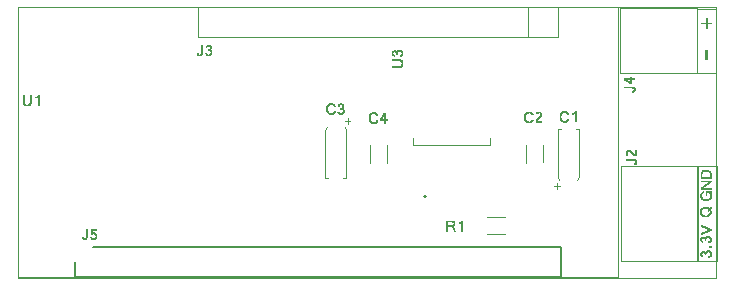
<source format=gbr>
G04 PROTEUS RS274X GERBER FILE*
%FSLAX26Y26*%
%MOIN*%
G01*
%ADD26C,0.003937*%
%ADD27C,0.001250*%
%ADD25C,0.004000*%
%ADD28C,0.007874*%
D26*
X+776276Y+229819D02*
X+2776276Y+229819D01*
X+2776276Y+1129819D01*
X+776276Y+1129819D01*
X+776276Y+229819D01*
D27*
X+799633Y+802743D02*
X+808633Y+802743D01*
X+796633Y+803743D02*
X+811633Y+803743D01*
X+840633Y+803743D02*
X+843633Y+803743D01*
X+794633Y+804743D02*
X+813633Y+804743D01*
X+840633Y+804743D02*
X+843633Y+804743D01*
X+793633Y+805743D02*
X+799633Y+805743D01*
X+808633Y+805743D02*
X+814633Y+805743D01*
X+840633Y+805743D02*
X+843633Y+805743D01*
X+792633Y+806743D02*
X+797633Y+806743D01*
X+810633Y+806743D02*
X+815633Y+806743D01*
X+840633Y+806743D02*
X+843633Y+806743D01*
X+792633Y+807743D02*
X+796633Y+807743D01*
X+811633Y+807743D02*
X+815633Y+807743D01*
X+840633Y+807743D02*
X+843633Y+807743D01*
X+791633Y+808743D02*
X+795633Y+808743D01*
X+812633Y+808743D02*
X+816633Y+808743D01*
X+840633Y+808743D02*
X+843633Y+808743D01*
X+791633Y+809743D02*
X+794633Y+809743D01*
X+813633Y+809743D02*
X+816633Y+809743D01*
X+840633Y+809743D02*
X+843633Y+809743D01*
X+791633Y+810743D02*
X+794633Y+810743D01*
X+813633Y+810743D02*
X+816633Y+810743D01*
X+840633Y+810743D02*
X+843633Y+810743D01*
X+790633Y+811743D02*
X+794633Y+811743D01*
X+813633Y+811743D02*
X+817633Y+811743D01*
X+840633Y+811743D02*
X+843633Y+811743D01*
X+790633Y+812743D02*
X+793633Y+812743D01*
X+814633Y+812743D02*
X+817633Y+812743D01*
X+840633Y+812743D02*
X+843633Y+812743D01*
X+790633Y+813743D02*
X+793633Y+813743D01*
X+814633Y+813743D02*
X+817633Y+813743D01*
X+840633Y+813743D02*
X+843633Y+813743D01*
X+790633Y+814743D02*
X+793633Y+814743D01*
X+814633Y+814743D02*
X+817633Y+814743D01*
X+840633Y+814743D02*
X+843633Y+814743D01*
X+790633Y+815743D02*
X+793633Y+815743D01*
X+814633Y+815743D02*
X+817633Y+815743D01*
X+840633Y+815743D02*
X+843633Y+815743D01*
X+790633Y+816743D02*
X+793633Y+816743D01*
X+814633Y+816743D02*
X+817633Y+816743D01*
X+840633Y+816743D02*
X+843633Y+816743D01*
X+790633Y+817743D02*
X+793633Y+817743D01*
X+814633Y+817743D02*
X+817633Y+817743D01*
X+840633Y+817743D02*
X+843633Y+817743D01*
X+790633Y+818743D02*
X+793633Y+818743D01*
X+814633Y+818743D02*
X+817633Y+818743D01*
X+840633Y+818743D02*
X+843633Y+818743D01*
X+790633Y+819743D02*
X+793633Y+819743D01*
X+814633Y+819743D02*
X+817633Y+819743D01*
X+840633Y+819743D02*
X+843633Y+819743D01*
X+790633Y+820743D02*
X+793633Y+820743D01*
X+814633Y+820743D02*
X+817633Y+820743D01*
X+840633Y+820743D02*
X+843633Y+820743D01*
X+790633Y+821743D02*
X+793633Y+821743D01*
X+814633Y+821743D02*
X+817633Y+821743D01*
X+840633Y+821743D02*
X+843633Y+821743D01*
X+790633Y+822743D02*
X+793633Y+822743D01*
X+814633Y+822743D02*
X+817633Y+822743D01*
X+840633Y+822743D02*
X+843633Y+822743D01*
X+790633Y+823743D02*
X+793633Y+823743D01*
X+814633Y+823743D02*
X+817633Y+823743D01*
X+840633Y+823743D02*
X+843633Y+823743D01*
X+790633Y+824743D02*
X+793633Y+824743D01*
X+814633Y+824743D02*
X+817633Y+824743D01*
X+840633Y+824743D02*
X+843633Y+824743D01*
X+790633Y+825743D02*
X+793633Y+825743D01*
X+814633Y+825743D02*
X+817633Y+825743D01*
X+840633Y+825743D02*
X+843633Y+825743D01*
X+790633Y+826743D02*
X+793633Y+826743D01*
X+814633Y+826743D02*
X+817633Y+826743D01*
X+840633Y+826743D02*
X+843633Y+826743D01*
X+790633Y+827743D02*
X+793633Y+827743D01*
X+814633Y+827743D02*
X+817633Y+827743D01*
X+840633Y+827743D02*
X+843633Y+827743D01*
X+790633Y+828743D02*
X+793633Y+828743D01*
X+814633Y+828743D02*
X+817633Y+828743D01*
X+832633Y+828743D02*
X+835633Y+828743D01*
X+840633Y+828743D02*
X+843633Y+828743D01*
X+790633Y+829743D02*
X+793633Y+829743D01*
X+814633Y+829743D02*
X+817633Y+829743D01*
X+832633Y+829743D02*
X+838633Y+829743D01*
X+840633Y+829743D02*
X+843633Y+829743D01*
X+790633Y+830743D02*
X+793633Y+830743D01*
X+814633Y+830743D02*
X+817633Y+830743D01*
X+832633Y+830743D02*
X+839633Y+830743D01*
X+840633Y+830743D02*
X+843633Y+830743D01*
X+790633Y+831743D02*
X+793633Y+831743D01*
X+814633Y+831743D02*
X+817633Y+831743D01*
X+835633Y+831743D02*
X+843633Y+831743D01*
X+790633Y+832743D02*
X+793633Y+832743D01*
X+814633Y+832743D02*
X+817633Y+832743D01*
X+837633Y+832743D02*
X+843633Y+832743D01*
X+790633Y+833743D02*
X+793633Y+833743D01*
X+814633Y+833743D02*
X+817633Y+833743D01*
X+838633Y+833743D02*
X+843633Y+833743D01*
X+790633Y+834743D02*
X+793633Y+834743D01*
X+814633Y+834743D02*
X+817633Y+834743D01*
X+839633Y+834743D02*
X+843633Y+834743D01*
X+790633Y+835743D02*
X+793633Y+835743D01*
X+814633Y+835743D02*
X+817633Y+835743D01*
X+840633Y+835743D02*
X+843633Y+835743D01*
X+790633Y+836743D02*
X+793633Y+836743D01*
X+814633Y+836743D02*
X+817633Y+836743D01*
X+840633Y+836743D02*
X+843633Y+836743D01*
D25*
X+1376276Y+1029331D02*
X+2576276Y+1029331D01*
X+2576276Y+1129331D01*
X+1376276Y+1129331D01*
X+1376276Y+1029331D01*
X+2476276Y+1029331D02*
X+2476276Y+1129331D01*
D27*
X+1371803Y+973727D02*
X+1371803Y+977727D01*
X+1372803Y+971727D02*
X+1372803Y+977727D01*
X+1373803Y+970727D02*
X+1373803Y+977727D01*
X+1374803Y+969727D02*
X+1374803Y+974727D01*
X+1375803Y+969727D02*
X+1375803Y+972727D01*
X+1376803Y+968727D02*
X+1376803Y+972727D01*
X+1377803Y+968727D02*
X+1377803Y+971727D01*
X+1378803Y+968727D02*
X+1378803Y+971727D01*
X+1379803Y+968727D02*
X+1379803Y+971727D01*
X+1380803Y+968727D02*
X+1380803Y+971727D01*
X+1381803Y+968727D02*
X+1381803Y+971727D01*
X+1382803Y+968727D02*
X+1382803Y+972727D01*
X+1383803Y+969727D02*
X+1383803Y+973727D01*
X+1384803Y+969727D02*
X+1384803Y+975727D01*
X+1385803Y+970727D02*
X+1385803Y+1003727D01*
X+1386803Y+972727D02*
X+1386803Y+1003727D01*
X+1387803Y+974727D02*
X+1387803Y+1003727D01*
X+1399803Y+975727D02*
X+1399803Y+977727D01*
X+1400803Y+972727D02*
X+1400803Y+977727D01*
X+1400803Y+996727D02*
X+1400803Y+998727D01*
X+1401803Y+971727D02*
X+1401803Y+977727D01*
X+1401803Y+996727D02*
X+1401803Y+1000727D01*
X+1402803Y+970727D02*
X+1402803Y+975727D01*
X+1402803Y+996727D02*
X+1402803Y+1001727D01*
X+1403803Y+969727D02*
X+1403803Y+973727D01*
X+1403803Y+998727D02*
X+1403803Y+1002727D01*
X+1404803Y+969727D02*
X+1404803Y+972727D01*
X+1404803Y+999727D02*
X+1404803Y+1003727D01*
X+1405803Y+969727D02*
X+1405803Y+972727D01*
X+1405803Y+1000727D02*
X+1405803Y+1003727D01*
X+1406803Y+968727D02*
X+1406803Y+971727D01*
X+1406803Y+1001727D02*
X+1406803Y+1004727D01*
X+1407803Y+968727D02*
X+1407803Y+971727D01*
X+1407803Y+986727D02*
X+1407803Y+989727D01*
X+1407803Y+1001727D02*
X+1407803Y+1004727D01*
X+1408803Y+968727D02*
X+1408803Y+971727D01*
X+1408803Y+986727D02*
X+1408803Y+989727D01*
X+1408803Y+1001727D02*
X+1408803Y+1004727D01*
X+1409803Y+968727D02*
X+1409803Y+971727D01*
X+1409803Y+986727D02*
X+1409803Y+989727D01*
X+1409803Y+1001727D02*
X+1409803Y+1004727D01*
X+1410803Y+968727D02*
X+1410803Y+971727D01*
X+1410803Y+986727D02*
X+1410803Y+989727D01*
X+1410803Y+1001727D02*
X+1410803Y+1004727D01*
X+1411803Y+968727D02*
X+1411803Y+971727D01*
X+1411803Y+986727D02*
X+1411803Y+990727D01*
X+1411803Y+1001727D02*
X+1411803Y+1004727D01*
X+1412803Y+968727D02*
X+1412803Y+972727D01*
X+1412803Y+985727D02*
X+1412803Y+990727D01*
X+1412803Y+1000727D02*
X+1412803Y+1003727D01*
X+1413803Y+969727D02*
X+1413803Y+972727D01*
X+1413803Y+985727D02*
X+1413803Y+991727D01*
X+1413803Y+999727D02*
X+1413803Y+1003727D01*
X+1414803Y+969727D02*
X+1414803Y+973727D01*
X+1414803Y+984727D02*
X+1414803Y+988727D01*
X+1414803Y+989727D02*
X+1414803Y+992727D01*
X+1414803Y+998727D02*
X+1414803Y+1002727D01*
X+1415803Y+970727D02*
X+1415803Y+974727D01*
X+1415803Y+983727D02*
X+1415803Y+987727D01*
X+1415803Y+989727D02*
X+1415803Y+1002727D01*
X+1416803Y+971727D02*
X+1416803Y+976727D01*
X+1416803Y+982727D02*
X+1416803Y+986727D01*
X+1416803Y+990727D02*
X+1416803Y+1000727D01*
X+1417803Y+972727D02*
X+1417803Y+985727D01*
X+1417803Y+992727D02*
X+1417803Y+998727D01*
X+1418803Y+973727D02*
X+1418803Y+984727D01*
X+1419803Y+975727D02*
X+1419803Y+982727D01*
D26*
X+2781700Y+910000D02*
X+3037606Y+910000D01*
X+3037606Y+1125748D01*
X+2781700Y+1125748D01*
X+2781700Y+910000D01*
D27*
X+2821348Y+848276D02*
X+2825348Y+848276D01*
X+2821348Y+849276D02*
X+2827348Y+849276D01*
X+2821348Y+850276D02*
X+2828348Y+850276D01*
X+2824348Y+851276D02*
X+2829348Y+851276D01*
X+2826348Y+852276D02*
X+2829348Y+852276D01*
X+2826348Y+853276D02*
X+2830348Y+853276D01*
X+2827348Y+854276D02*
X+2830348Y+854276D01*
X+2827348Y+855276D02*
X+2830348Y+855276D01*
X+2827348Y+856276D02*
X+2830348Y+856276D01*
X+2827348Y+857276D02*
X+2830348Y+857276D01*
X+2827348Y+858276D02*
X+2830348Y+858276D01*
X+2826348Y+859276D02*
X+2830348Y+859276D01*
X+2825348Y+860276D02*
X+2829348Y+860276D01*
X+2823348Y+861276D02*
X+2829348Y+861276D01*
X+2795348Y+862276D02*
X+2828348Y+862276D01*
X+2795348Y+863276D02*
X+2826348Y+863276D01*
X+2795348Y+864276D02*
X+2824348Y+864276D01*
X+2815348Y+876276D02*
X+2819348Y+876276D01*
X+2813348Y+877276D02*
X+2819348Y+877276D01*
X+2812348Y+878276D02*
X+2819348Y+878276D01*
X+2810348Y+879276D02*
X+2815348Y+879276D01*
X+2816348Y+879276D02*
X+2819348Y+879276D01*
X+2809348Y+880276D02*
X+2813348Y+880276D01*
X+2816348Y+880276D02*
X+2819348Y+880276D01*
X+2807348Y+881276D02*
X+2812348Y+881276D01*
X+2816348Y+881276D02*
X+2819348Y+881276D01*
X+2805348Y+882276D02*
X+2810348Y+882276D01*
X+2816348Y+882276D02*
X+2819348Y+882276D01*
X+2804348Y+883276D02*
X+2808348Y+883276D01*
X+2816348Y+883276D02*
X+2819348Y+883276D01*
X+2802348Y+884276D02*
X+2807348Y+884276D01*
X+2816348Y+884276D02*
X+2819348Y+884276D01*
X+2801348Y+885276D02*
X+2805348Y+885276D01*
X+2816348Y+885276D02*
X+2819348Y+885276D01*
X+2799348Y+886276D02*
X+2804348Y+886276D01*
X+2816348Y+886276D02*
X+2819348Y+886276D01*
X+2797348Y+887276D02*
X+2802348Y+887276D01*
X+2816348Y+887276D02*
X+2819348Y+887276D01*
X+2796348Y+888276D02*
X+2800348Y+888276D01*
X+2816348Y+888276D02*
X+2819348Y+888276D01*
X+2795348Y+889276D02*
X+2799348Y+889276D01*
X+2816348Y+889276D02*
X+2819348Y+889276D01*
X+2795348Y+890276D02*
X+2829348Y+890276D01*
X+2795348Y+891276D02*
X+2829348Y+891276D01*
X+2795348Y+892276D02*
X+2829348Y+892276D01*
X+2816348Y+893276D02*
X+2819348Y+893276D01*
X+2816348Y+894276D02*
X+2819348Y+894276D01*
X+2816348Y+895276D02*
X+2819348Y+895276D01*
X+2816348Y+896276D02*
X+2819348Y+896276D01*
X+2816348Y+897276D02*
X+2819348Y+897276D01*
X+2816348Y+898276D02*
X+2819348Y+898276D01*
D26*
X+2784196Y+284709D02*
X+3040102Y+284709D01*
X+3040102Y+600457D01*
X+2784196Y+600457D01*
X+2784196Y+284709D01*
D27*
X+2827781Y+607630D02*
X+2831781Y+607630D01*
X+2827781Y+608630D02*
X+2833781Y+608630D01*
X+2827781Y+609630D02*
X+2834781Y+609630D01*
X+2830781Y+610630D02*
X+2835781Y+610630D01*
X+2832781Y+611630D02*
X+2835781Y+611630D01*
X+2832781Y+612630D02*
X+2836781Y+612630D01*
X+2833781Y+613630D02*
X+2836781Y+613630D01*
X+2833781Y+614630D02*
X+2836781Y+614630D01*
X+2833781Y+615630D02*
X+2836781Y+615630D01*
X+2833781Y+616630D02*
X+2836781Y+616630D01*
X+2833781Y+617630D02*
X+2836781Y+617630D01*
X+2832781Y+618630D02*
X+2836781Y+618630D01*
X+2831781Y+619630D02*
X+2835781Y+619630D01*
X+2829781Y+620630D02*
X+2835781Y+620630D01*
X+2801781Y+621630D02*
X+2834781Y+621630D01*
X+2801781Y+622630D02*
X+2832781Y+622630D01*
X+2801781Y+623630D02*
X+2830781Y+623630D01*
X+2804781Y+636630D02*
X+2805781Y+636630D01*
X+2829781Y+636630D02*
X+2835781Y+636630D01*
X+2803781Y+637630D02*
X+2805781Y+637630D01*
X+2826781Y+637630D02*
X+2835781Y+637630D01*
X+2802781Y+638630D02*
X+2806781Y+638630D01*
X+2824781Y+638630D02*
X+2835781Y+638630D01*
X+2802781Y+639630D02*
X+2805781Y+639630D01*
X+2823781Y+639630D02*
X+2828781Y+639630D01*
X+2832781Y+639630D02*
X+2835781Y+639630D01*
X+2801781Y+640630D02*
X+2805781Y+640630D01*
X+2822781Y+640630D02*
X+2826781Y+640630D01*
X+2832781Y+640630D02*
X+2835781Y+640630D01*
X+2801781Y+641630D02*
X+2804781Y+641630D01*
X+2821781Y+641630D02*
X+2825781Y+641630D01*
X+2832781Y+641630D02*
X+2835781Y+641630D01*
X+2800781Y+642630D02*
X+2804781Y+642630D01*
X+2820781Y+642630D02*
X+2824781Y+642630D01*
X+2832781Y+642630D02*
X+2835781Y+642630D01*
X+2800781Y+643630D02*
X+2803781Y+643630D01*
X+2819781Y+643630D02*
X+2823781Y+643630D01*
X+2832781Y+643630D02*
X+2835781Y+643630D01*
X+2800781Y+644630D02*
X+2803781Y+644630D01*
X+2819781Y+644630D02*
X+2822781Y+644630D01*
X+2832781Y+644630D02*
X+2835781Y+644630D01*
X+2800781Y+645630D02*
X+2803781Y+645630D01*
X+2818781Y+645630D02*
X+2821781Y+645630D01*
X+2832781Y+645630D02*
X+2835781Y+645630D01*
X+2800781Y+646630D02*
X+2803781Y+646630D01*
X+2817781Y+646630D02*
X+2820781Y+646630D01*
X+2832781Y+646630D02*
X+2835781Y+646630D01*
X+2800781Y+647630D02*
X+2803781Y+647630D01*
X+2816781Y+647630D02*
X+2820781Y+647630D01*
X+2832781Y+647630D02*
X+2835781Y+647630D01*
X+2800781Y+648630D02*
X+2803781Y+648630D01*
X+2815781Y+648630D02*
X+2819781Y+648630D01*
X+2832781Y+648630D02*
X+2835781Y+648630D01*
X+2801781Y+649630D02*
X+2804781Y+649630D01*
X+2814781Y+649630D02*
X+2818781Y+649630D01*
X+2832781Y+649630D02*
X+2835781Y+649630D01*
X+2801781Y+650630D02*
X+2805781Y+650630D01*
X+2813781Y+650630D02*
X+2817781Y+650630D01*
X+2832781Y+650630D02*
X+2835781Y+650630D01*
X+2802781Y+651630D02*
X+2807781Y+651630D01*
X+2812781Y+651630D02*
X+2816781Y+651630D01*
X+2832781Y+651630D02*
X+2835781Y+651630D01*
X+2803781Y+652630D02*
X+2815781Y+652630D01*
X+2832781Y+652630D02*
X+2835781Y+652630D01*
X+2804781Y+653630D02*
X+2814781Y+653630D01*
X+2832781Y+653630D02*
X+2835781Y+653630D01*
X+2806781Y+654630D02*
X+2812781Y+654630D01*
X+2832781Y+654630D02*
X+2835781Y+654630D01*
X+3060834Y+432693D02*
X+3070834Y+432693D01*
X+3057834Y+433693D02*
X+3073834Y+433693D01*
X+3055834Y+434693D02*
X+3075834Y+434693D01*
X+3053834Y+435693D02*
X+3060834Y+435693D01*
X+3070834Y+435693D02*
X+3077834Y+435693D01*
X+3052834Y+436693D02*
X+3057834Y+436693D01*
X+3073834Y+436693D02*
X+3078834Y+436693D01*
X+3051834Y+437693D02*
X+3055834Y+437693D01*
X+3075834Y+437693D02*
X+3079834Y+437693D01*
X+3050834Y+438693D02*
X+3054834Y+438693D01*
X+3076834Y+438693D02*
X+3080834Y+438693D01*
X+3049834Y+439693D02*
X+3053834Y+439693D01*
X+3077834Y+439693D02*
X+3081834Y+439693D01*
X+3049834Y+440693D02*
X+3052834Y+440693D01*
X+3078834Y+440693D02*
X+3081834Y+440693D01*
X+3048834Y+441693D02*
X+3052834Y+441693D01*
X+3078834Y+441693D02*
X+3082834Y+441693D01*
X+3048834Y+442693D02*
X+3051834Y+442693D01*
X+3079834Y+442693D02*
X+3082834Y+442693D01*
X+3048834Y+443693D02*
X+3051834Y+443693D01*
X+3079834Y+443693D02*
X+3082834Y+443693D01*
X+3047834Y+444693D02*
X+3050834Y+444693D01*
X+3080834Y+444693D02*
X+3083834Y+444693D01*
X+3047834Y+445693D02*
X+3050834Y+445693D01*
X+3080834Y+445693D02*
X+3083834Y+445693D01*
X+3047834Y+446693D02*
X+3050834Y+446693D01*
X+3080834Y+446693D02*
X+3083834Y+446693D01*
X+3047834Y+447693D02*
X+3050834Y+447693D01*
X+3080834Y+447693D02*
X+3083834Y+447693D01*
X+3047834Y+448693D02*
X+3050834Y+448693D01*
X+3080834Y+448693D02*
X+3083834Y+448693D01*
X+3047834Y+449693D02*
X+3050834Y+449693D01*
X+3080834Y+449693D02*
X+3083834Y+449693D01*
X+3047834Y+450693D02*
X+3050834Y+450693D01*
X+3080834Y+450693D02*
X+3083834Y+450693D01*
X+3047834Y+451693D02*
X+3050834Y+451693D01*
X+3075834Y+451693D02*
X+3076834Y+451693D01*
X+3080834Y+451693D02*
X+3083834Y+451693D01*
X+3048834Y+452693D02*
X+3051834Y+452693D01*
X+3074834Y+452693D02*
X+3076834Y+452693D01*
X+3079834Y+452693D02*
X+3082834Y+452693D01*
X+3048834Y+453693D02*
X+3051834Y+453693D01*
X+3074834Y+453693D02*
X+3077834Y+453693D01*
X+3079834Y+453693D02*
X+3082834Y+453693D01*
X+3048834Y+454693D02*
X+3052834Y+454693D01*
X+3075834Y+454693D02*
X+3078834Y+454693D01*
X+3079834Y+454693D02*
X+3082834Y+454693D01*
X+3049834Y+455693D02*
X+3052834Y+455693D01*
X+3076834Y+455693D02*
X+3081834Y+455693D01*
X+3049834Y+456693D02*
X+3053834Y+456693D01*
X+3077834Y+456693D02*
X+3080834Y+456693D01*
X+3050834Y+457693D02*
X+3054834Y+457693D01*
X+3076834Y+457693D02*
X+3081834Y+457693D01*
X+3051834Y+458693D02*
X+3055834Y+458693D01*
X+3075834Y+458693D02*
X+3081834Y+458693D01*
X+3052834Y+459693D02*
X+3057834Y+459693D01*
X+3073834Y+459693D02*
X+3078834Y+459693D01*
X+3079834Y+459693D02*
X+3082834Y+459693D01*
X+3053834Y+460693D02*
X+3060834Y+460693D01*
X+3070834Y+460693D02*
X+3077834Y+460693D01*
X+3080834Y+460693D02*
X+3083834Y+460693D01*
X+3055834Y+461693D02*
X+3075834Y+461693D01*
X+3081834Y+461693D02*
X+3084834Y+461693D01*
X+3057834Y+462693D02*
X+3073834Y+462693D01*
X+3082834Y+462693D02*
X+3085834Y+462693D01*
X+3060834Y+463693D02*
X+3070834Y+463693D01*
X+3083834Y+463693D02*
X+3084834Y+463693D01*
X+3049771Y+497811D02*
X+3049771Y+505811D01*
X+3050771Y+494811D02*
X+3050771Y+508811D01*
X+3050771Y+524811D02*
X+3050771Y+527811D01*
X+3050771Y+548811D02*
X+3050771Y+551811D01*
X+3050771Y+559811D02*
X+3050771Y+575811D01*
X+3051771Y+492811D02*
X+3051771Y+510811D01*
X+3051771Y+524811D02*
X+3051771Y+528811D01*
X+3051771Y+548811D02*
X+3051771Y+551811D01*
X+3051771Y+559811D02*
X+3051771Y+578811D01*
X+3052771Y+491811D02*
X+3052771Y+497811D01*
X+3052771Y+505811D02*
X+3052771Y+511811D01*
X+3052771Y+524811D02*
X+3052771Y+529811D01*
X+3052771Y+548811D02*
X+3052771Y+551811D01*
X+3052771Y+559811D02*
X+3052771Y+580811D01*
X+3053771Y+490811D02*
X+3053771Y+495811D01*
X+3053771Y+508811D02*
X+3053771Y+512811D01*
X+3053771Y+524811D02*
X+3053771Y+529811D01*
X+3053771Y+548811D02*
X+3053771Y+551811D01*
X+3053771Y+559811D02*
X+3053771Y+562811D01*
X+3053771Y+575811D02*
X+3053771Y+582811D01*
X+3054771Y+489811D02*
X+3054771Y+493811D01*
X+3054771Y+509811D02*
X+3054771Y+513811D01*
X+3054771Y+524811D02*
X+3054771Y+527811D01*
X+3054771Y+528811D02*
X+3054771Y+530811D01*
X+3054771Y+548811D02*
X+3054771Y+551811D01*
X+3054771Y+559811D02*
X+3054771Y+562811D01*
X+3054771Y+578811D02*
X+3054771Y+583811D01*
X+3055771Y+488811D02*
X+3055771Y+492811D01*
X+3055771Y+510811D02*
X+3055771Y+514811D01*
X+3055771Y+524811D02*
X+3055771Y+527811D01*
X+3055771Y+529811D02*
X+3055771Y+531811D01*
X+3055771Y+548811D02*
X+3055771Y+551811D01*
X+3055771Y+559811D02*
X+3055771Y+562811D01*
X+3055771Y+580811D02*
X+3055771Y+584811D01*
X+3056771Y+488811D02*
X+3056771Y+491811D01*
X+3056771Y+511811D02*
X+3056771Y+514811D01*
X+3056771Y+524811D02*
X+3056771Y+527811D01*
X+3056771Y+529811D02*
X+3056771Y+531811D01*
X+3056771Y+548811D02*
X+3056771Y+551811D01*
X+3056771Y+559811D02*
X+3056771Y+562811D01*
X+3056771Y+581811D02*
X+3056771Y+585811D01*
X+3057771Y+487811D02*
X+3057771Y+490811D01*
X+3057771Y+512811D02*
X+3057771Y+515811D01*
X+3057771Y+524811D02*
X+3057771Y+527811D01*
X+3057771Y+530811D02*
X+3057771Y+532811D01*
X+3057771Y+548811D02*
X+3057771Y+551811D01*
X+3057771Y+559811D02*
X+3057771Y+562811D01*
X+3057771Y+582811D02*
X+3057771Y+585811D01*
X+3058771Y+487811D02*
X+3058771Y+490811D01*
X+3058771Y+512811D02*
X+3058771Y+515811D01*
X+3058771Y+524811D02*
X+3058771Y+527811D01*
X+3058771Y+531811D02*
X+3058771Y+533811D01*
X+3058771Y+548811D02*
X+3058771Y+551811D01*
X+3058771Y+559811D02*
X+3058771Y+562811D01*
X+3058771Y+582811D02*
X+3058771Y+586811D01*
X+3059771Y+486811D02*
X+3059771Y+489811D01*
X+3059771Y+524811D02*
X+3059771Y+527811D01*
X+3059771Y+531811D02*
X+3059771Y+533811D01*
X+3059771Y+548811D02*
X+3059771Y+551811D01*
X+3059771Y+559811D02*
X+3059771Y+562811D01*
X+3059771Y+583811D02*
X+3059771Y+586811D01*
X+3060771Y+486811D02*
X+3060771Y+489811D01*
X+3060771Y+524811D02*
X+3060771Y+527811D01*
X+3060771Y+532811D02*
X+3060771Y+534811D01*
X+3060771Y+548811D02*
X+3060771Y+551811D01*
X+3060771Y+559811D02*
X+3060771Y+562811D01*
X+3060771Y+583811D02*
X+3060771Y+586811D01*
X+3061771Y+486811D02*
X+3061771Y+489811D01*
X+3061771Y+524811D02*
X+3061771Y+527811D01*
X+3061771Y+533811D02*
X+3061771Y+535811D01*
X+3061771Y+548811D02*
X+3061771Y+551811D01*
X+3061771Y+559811D02*
X+3061771Y+562811D01*
X+3061771Y+583811D02*
X+3061771Y+586811D01*
X+3062771Y+485811D02*
X+3062771Y+488811D01*
X+3062771Y+524811D02*
X+3062771Y+527811D01*
X+3062771Y+533811D02*
X+3062771Y+535811D01*
X+3062771Y+548811D02*
X+3062771Y+551811D01*
X+3062771Y+559811D02*
X+3062771Y+562811D01*
X+3062771Y+584811D02*
X+3062771Y+587811D01*
X+3063771Y+485811D02*
X+3063771Y+488811D01*
X+3063771Y+524811D02*
X+3063771Y+527811D01*
X+3063771Y+534811D02*
X+3063771Y+536811D01*
X+3063771Y+548811D02*
X+3063771Y+551811D01*
X+3063771Y+559811D02*
X+3063771Y+562811D01*
X+3063771Y+584811D02*
X+3063771Y+587811D01*
X+3064771Y+485811D02*
X+3064771Y+488811D01*
X+3064771Y+524811D02*
X+3064771Y+527811D01*
X+3064771Y+535811D02*
X+3064771Y+537811D01*
X+3064771Y+548811D02*
X+3064771Y+551811D01*
X+3064771Y+559811D02*
X+3064771Y+562811D01*
X+3064771Y+584811D02*
X+3064771Y+587811D01*
X+3065771Y+485811D02*
X+3065771Y+488811D01*
X+3065771Y+524811D02*
X+3065771Y+527811D01*
X+3065771Y+535811D02*
X+3065771Y+538811D01*
X+3065771Y+548811D02*
X+3065771Y+551811D01*
X+3065771Y+559811D02*
X+3065771Y+562811D01*
X+3065771Y+584811D02*
X+3065771Y+587811D01*
X+3066771Y+485811D02*
X+3066771Y+488811D01*
X+3066771Y+524811D02*
X+3066771Y+527811D01*
X+3066771Y+536811D02*
X+3066771Y+538811D01*
X+3066771Y+548811D02*
X+3066771Y+551811D01*
X+3066771Y+559811D02*
X+3066771Y+562811D01*
X+3066771Y+584811D02*
X+3066771Y+587811D01*
X+3067771Y+485811D02*
X+3067771Y+488811D01*
X+3067771Y+504811D02*
X+3067771Y+516811D01*
X+3067771Y+524811D02*
X+3067771Y+527811D01*
X+3067771Y+537811D02*
X+3067771Y+539811D01*
X+3067771Y+548811D02*
X+3067771Y+551811D01*
X+3067771Y+559811D02*
X+3067771Y+562811D01*
X+3067771Y+584811D02*
X+3067771Y+587811D01*
X+3068771Y+485811D02*
X+3068771Y+488811D01*
X+3068771Y+504811D02*
X+3068771Y+516811D01*
X+3068771Y+524811D02*
X+3068771Y+527811D01*
X+3068771Y+538811D02*
X+3068771Y+540811D01*
X+3068771Y+548811D02*
X+3068771Y+551811D01*
X+3068771Y+559811D02*
X+3068771Y+562811D01*
X+3068771Y+584811D02*
X+3068771Y+587811D01*
X+3069771Y+485811D02*
X+3069771Y+488811D01*
X+3069771Y+504811D02*
X+3069771Y+516811D01*
X+3069771Y+524811D02*
X+3069771Y+527811D01*
X+3069771Y+538811D02*
X+3069771Y+540811D01*
X+3069771Y+548811D02*
X+3069771Y+551811D01*
X+3069771Y+559811D02*
X+3069771Y+562811D01*
X+3069771Y+584811D02*
X+3069771Y+587811D01*
X+3070771Y+485811D02*
X+3070771Y+488811D01*
X+3070771Y+513811D02*
X+3070771Y+516811D01*
X+3070771Y+524811D02*
X+3070771Y+527811D01*
X+3070771Y+539811D02*
X+3070771Y+541811D01*
X+3070771Y+548811D02*
X+3070771Y+551811D01*
X+3070771Y+559811D02*
X+3070771Y+562811D01*
X+3070771Y+584811D02*
X+3070771Y+587811D01*
X+3071771Y+485811D02*
X+3071771Y+488811D01*
X+3071771Y+513811D02*
X+3071771Y+516811D01*
X+3071771Y+524811D02*
X+3071771Y+527811D01*
X+3071771Y+540811D02*
X+3071771Y+542811D01*
X+3071771Y+548811D02*
X+3071771Y+551811D01*
X+3071771Y+559811D02*
X+3071771Y+562811D01*
X+3071771Y+584811D02*
X+3071771Y+587811D01*
X+3072771Y+486811D02*
X+3072771Y+489811D01*
X+3072771Y+513811D02*
X+3072771Y+516811D01*
X+3072771Y+524811D02*
X+3072771Y+527811D01*
X+3072771Y+540811D02*
X+3072771Y+542811D01*
X+3072771Y+548811D02*
X+3072771Y+551811D01*
X+3072771Y+559811D02*
X+3072771Y+562811D01*
X+3072771Y+583811D02*
X+3072771Y+586811D01*
X+3073771Y+486811D02*
X+3073771Y+489811D01*
X+3073771Y+513811D02*
X+3073771Y+516811D01*
X+3073771Y+524811D02*
X+3073771Y+527811D01*
X+3073771Y+541811D02*
X+3073771Y+543811D01*
X+3073771Y+548811D02*
X+3073771Y+551811D01*
X+3073771Y+559811D02*
X+3073771Y+562811D01*
X+3073771Y+583811D02*
X+3073771Y+586811D01*
X+3074771Y+486811D02*
X+3074771Y+489811D01*
X+3074771Y+513811D02*
X+3074771Y+516811D01*
X+3074771Y+524811D02*
X+3074771Y+527811D01*
X+3074771Y+542811D02*
X+3074771Y+544811D01*
X+3074771Y+548811D02*
X+3074771Y+551811D01*
X+3074771Y+559811D02*
X+3074771Y+562811D01*
X+3074771Y+583811D02*
X+3074771Y+586811D01*
X+3075771Y+487811D02*
X+3075771Y+490811D01*
X+3075771Y+513811D02*
X+3075771Y+516811D01*
X+3075771Y+524811D02*
X+3075771Y+527811D01*
X+3075771Y+542811D02*
X+3075771Y+544811D01*
X+3075771Y+548811D02*
X+3075771Y+551811D01*
X+3075771Y+559811D02*
X+3075771Y+562811D01*
X+3075771Y+582811D02*
X+3075771Y+585811D01*
X+3076771Y+487811D02*
X+3076771Y+490811D01*
X+3076771Y+513811D02*
X+3076771Y+516811D01*
X+3076771Y+524811D02*
X+3076771Y+527811D01*
X+3076771Y+543811D02*
X+3076771Y+545811D01*
X+3076771Y+548811D02*
X+3076771Y+551811D01*
X+3076771Y+559811D02*
X+3076771Y+562811D01*
X+3076771Y+582811D02*
X+3076771Y+585811D01*
X+3077771Y+488811D02*
X+3077771Y+491811D01*
X+3077771Y+512811D02*
X+3077771Y+516811D01*
X+3077771Y+524811D02*
X+3077771Y+527811D01*
X+3077771Y+544811D02*
X+3077771Y+546811D01*
X+3077771Y+548811D02*
X+3077771Y+551811D01*
X+3077771Y+559811D02*
X+3077771Y+562811D01*
X+3077771Y+581811D02*
X+3077771Y+584811D01*
X+3078771Y+488811D02*
X+3078771Y+492811D01*
X+3078771Y+511811D02*
X+3078771Y+516811D01*
X+3078771Y+524811D02*
X+3078771Y+527811D01*
X+3078771Y+544811D02*
X+3078771Y+546811D01*
X+3078771Y+548811D02*
X+3078771Y+551811D01*
X+3078771Y+559811D02*
X+3078771Y+562811D01*
X+3078771Y+580811D02*
X+3078771Y+584811D01*
X+3079771Y+489811D02*
X+3079771Y+493811D01*
X+3079771Y+509811D02*
X+3079771Y+516811D01*
X+3079771Y+524811D02*
X+3079771Y+527811D01*
X+3079771Y+545811D02*
X+3079771Y+547811D01*
X+3079771Y+548811D02*
X+3079771Y+551811D01*
X+3079771Y+559811D02*
X+3079771Y+562811D01*
X+3079771Y+578811D02*
X+3079771Y+583811D01*
X+3080771Y+490811D02*
X+3080771Y+495811D01*
X+3080771Y+508811D02*
X+3080771Y+512811D01*
X+3080771Y+513811D02*
X+3080771Y+516811D01*
X+3080771Y+524811D02*
X+3080771Y+527811D01*
X+3080771Y+546811D02*
X+3080771Y+551811D01*
X+3080771Y+559811D02*
X+3080771Y+562811D01*
X+3080771Y+575811D02*
X+3080771Y+582811D01*
X+3081771Y+491811D02*
X+3081771Y+497811D01*
X+3081771Y+505811D02*
X+3081771Y+511811D01*
X+3081771Y+514811D02*
X+3081771Y+516811D01*
X+3081771Y+524811D02*
X+3081771Y+527811D01*
X+3081771Y+546811D02*
X+3081771Y+551811D01*
X+3081771Y+559811D02*
X+3081771Y+580811D01*
X+3082771Y+492811D02*
X+3082771Y+510811D01*
X+3082771Y+514811D02*
X+3082771Y+516811D01*
X+3082771Y+524811D02*
X+3082771Y+527811D01*
X+3082771Y+547811D02*
X+3082771Y+551811D01*
X+3082771Y+559811D02*
X+3082771Y+578811D01*
X+3083771Y+494811D02*
X+3083771Y+508811D01*
X+3083771Y+514811D02*
X+3083771Y+516811D01*
X+3083771Y+524811D02*
X+3083771Y+527811D01*
X+3083771Y+548811D02*
X+3083771Y+551811D01*
X+3083771Y+559811D02*
X+3083771Y+575811D01*
X+3084771Y+497811D02*
X+3084771Y+505811D01*
X+3049771Y+304709D02*
X+3049771Y+310709D01*
X+3049771Y+352709D02*
X+3049771Y+358709D01*
X+3050771Y+302709D02*
X+3050771Y+312709D01*
X+3050771Y+350709D02*
X+3050771Y+360709D01*
X+3050771Y+373709D02*
X+3050771Y+376709D01*
X+3050771Y+400709D02*
X+3050771Y+403709D01*
X+3051771Y+301709D02*
X+3051771Y+314709D01*
X+3051771Y+349709D02*
X+3051771Y+362709D01*
X+3051771Y+374709D02*
X+3051771Y+377709D01*
X+3051771Y+399709D02*
X+3051771Y+402709D01*
X+3052771Y+300709D02*
X+3052771Y+304709D01*
X+3052771Y+310709D02*
X+3052771Y+314709D01*
X+3052771Y+348709D02*
X+3052771Y+352709D01*
X+3052771Y+358709D02*
X+3052771Y+362709D01*
X+3052771Y+374709D02*
X+3052771Y+377709D01*
X+3052771Y+399709D02*
X+3052771Y+402709D01*
X+3053771Y+299709D02*
X+3053771Y+303709D01*
X+3053771Y+311709D02*
X+3053771Y+315709D01*
X+3053771Y+347709D02*
X+3053771Y+351709D01*
X+3053771Y+359709D02*
X+3053771Y+363709D01*
X+3053771Y+374709D02*
X+3053771Y+377709D01*
X+3053771Y+399709D02*
X+3053771Y+402709D01*
X+3054771Y+299709D02*
X+3054771Y+302709D01*
X+3054771Y+312709D02*
X+3054771Y+315709D01*
X+3054771Y+347709D02*
X+3054771Y+350709D01*
X+3054771Y+360709D02*
X+3054771Y+363709D01*
X+3054771Y+375709D02*
X+3054771Y+378709D01*
X+3054771Y+398709D02*
X+3054771Y+401709D01*
X+3055771Y+298709D02*
X+3055771Y+301709D01*
X+3055771Y+313709D02*
X+3055771Y+316709D01*
X+3055771Y+346709D02*
X+3055771Y+349709D01*
X+3055771Y+361709D02*
X+3055771Y+364709D01*
X+3055771Y+375709D02*
X+3055771Y+378709D01*
X+3055771Y+398709D02*
X+3055771Y+401709D01*
X+3056771Y+298709D02*
X+3056771Y+301709D01*
X+3056771Y+313709D02*
X+3056771Y+316709D01*
X+3056771Y+346709D02*
X+3056771Y+349709D01*
X+3056771Y+361709D02*
X+3056771Y+364709D01*
X+3056771Y+376709D02*
X+3056771Y+379709D01*
X+3056771Y+397709D02*
X+3056771Y+401709D01*
X+3057771Y+313709D02*
X+3057771Y+316709D01*
X+3057771Y+361709D02*
X+3057771Y+364709D01*
X+3057771Y+376709D02*
X+3057771Y+379709D01*
X+3057771Y+397709D02*
X+3057771Y+400709D01*
X+3058771Y+313709D02*
X+3058771Y+316709D01*
X+3058771Y+361709D02*
X+3058771Y+364709D01*
X+3058771Y+376709D02*
X+3058771Y+379709D01*
X+3058771Y+397709D02*
X+3058771Y+400709D01*
X+3059771Y+313709D02*
X+3059771Y+316709D01*
X+3059771Y+361709D02*
X+3059771Y+364709D01*
X+3059771Y+377709D02*
X+3059771Y+380709D01*
X+3059771Y+396709D02*
X+3059771Y+399709D01*
X+3060771Y+313709D02*
X+3060771Y+316709D01*
X+3060771Y+361709D02*
X+3060771Y+364709D01*
X+3060771Y+377709D02*
X+3060771Y+380709D01*
X+3060771Y+396709D02*
X+3060771Y+399709D01*
X+3061771Y+312709D02*
X+3061771Y+315709D01*
X+3061771Y+360709D02*
X+3061771Y+363709D01*
X+3061771Y+378709D02*
X+3061771Y+381709D01*
X+3061771Y+396709D02*
X+3061771Y+399709D01*
X+3062771Y+311709D02*
X+3062771Y+315709D01*
X+3062771Y+359709D02*
X+3062771Y+363709D01*
X+3062771Y+378709D02*
X+3062771Y+381709D01*
X+3062771Y+395709D02*
X+3062771Y+398709D01*
X+3063771Y+309709D02*
X+3063771Y+314709D01*
X+3063771Y+357709D02*
X+3063771Y+362709D01*
X+3063771Y+378709D02*
X+3063771Y+381709D01*
X+3063771Y+395709D02*
X+3063771Y+398709D01*
X+3064771Y+305709D02*
X+3064771Y+312709D01*
X+3064771Y+353709D02*
X+3064771Y+360709D01*
X+3064771Y+379709D02*
X+3064771Y+382709D01*
X+3064771Y+394709D02*
X+3064771Y+397709D01*
X+3065771Y+305709D02*
X+3065771Y+313709D01*
X+3065771Y+353709D02*
X+3065771Y+361709D01*
X+3065771Y+379709D02*
X+3065771Y+382709D01*
X+3065771Y+394709D02*
X+3065771Y+397709D01*
X+3066771Y+305709D02*
X+3066771Y+314709D01*
X+3066771Y+353709D02*
X+3066771Y+362709D01*
X+3066771Y+379709D02*
X+3066771Y+383709D01*
X+3066771Y+394709D02*
X+3066771Y+397709D01*
X+3067771Y+310709D02*
X+3067771Y+315709D01*
X+3067771Y+358709D02*
X+3067771Y+363709D01*
X+3067771Y+380709D02*
X+3067771Y+383709D01*
X+3067771Y+393709D02*
X+3067771Y+396709D01*
X+3068771Y+312709D02*
X+3068771Y+316709D01*
X+3068771Y+360709D02*
X+3068771Y+364709D01*
X+3068771Y+380709D02*
X+3068771Y+383709D01*
X+3068771Y+393709D02*
X+3068771Y+396709D01*
X+3069771Y+313709D02*
X+3069771Y+317709D01*
X+3069771Y+361709D02*
X+3069771Y+365709D01*
X+3069771Y+381709D02*
X+3069771Y+384709D01*
X+3069771Y+393709D02*
X+3069771Y+396709D01*
X+3070771Y+314709D02*
X+3070771Y+317709D01*
X+3070771Y+362709D02*
X+3070771Y+365709D01*
X+3070771Y+381709D02*
X+3070771Y+384709D01*
X+3070771Y+392709D02*
X+3070771Y+395709D01*
X+3071771Y+315709D02*
X+3071771Y+318709D01*
X+3071771Y+363709D02*
X+3071771Y+366709D01*
X+3071771Y+381709D02*
X+3071771Y+384709D01*
X+3071771Y+392709D02*
X+3071771Y+395709D01*
X+3072771Y+315709D02*
X+3072771Y+318709D01*
X+3072771Y+363709D02*
X+3072771Y+366709D01*
X+3072771Y+382709D02*
X+3072771Y+385709D01*
X+3072771Y+391709D02*
X+3072771Y+394709D01*
X+3073771Y+315709D02*
X+3073771Y+318709D01*
X+3073771Y+363709D02*
X+3073771Y+366709D01*
X+3073771Y+382709D02*
X+3073771Y+385709D01*
X+3073771Y+391709D02*
X+3073771Y+394709D01*
X+3074771Y+315709D02*
X+3074771Y+318709D01*
X+3074771Y+363709D02*
X+3074771Y+366709D01*
X+3074771Y+383709D02*
X+3074771Y+386709D01*
X+3074771Y+391709D02*
X+3074771Y+394709D01*
X+3075771Y+315709D02*
X+3075771Y+318709D01*
X+3075771Y+363709D02*
X+3075771Y+366709D01*
X+3075771Y+383709D02*
X+3075771Y+386709D01*
X+3075771Y+390709D02*
X+3075771Y+393709D01*
X+3076771Y+297709D02*
X+3076771Y+300709D01*
X+3076771Y+315709D02*
X+3076771Y+318709D01*
X+3076771Y+345709D02*
X+3076771Y+348709D01*
X+3076771Y+363709D02*
X+3076771Y+366709D01*
X+3076771Y+383709D02*
X+3076771Y+386709D01*
X+3076771Y+390709D02*
X+3076771Y+393709D01*
X+3077771Y+297709D02*
X+3077771Y+300709D01*
X+3077771Y+314709D02*
X+3077771Y+318709D01*
X+3077771Y+345709D02*
X+3077771Y+348709D01*
X+3077771Y+362709D02*
X+3077771Y+366709D01*
X+3077771Y+384709D02*
X+3077771Y+387709D01*
X+3077771Y+389709D02*
X+3077771Y+392709D01*
X+3078771Y+298709D02*
X+3078771Y+301709D01*
X+3078771Y+314709D02*
X+3078771Y+317709D01*
X+3078771Y+346709D02*
X+3078771Y+349709D01*
X+3078771Y+362709D02*
X+3078771Y+365709D01*
X+3078771Y+384709D02*
X+3078771Y+387709D01*
X+3078771Y+389709D02*
X+3078771Y+392709D01*
X+3079771Y+298709D02*
X+3079771Y+301709D01*
X+3079771Y+313709D02*
X+3079771Y+317709D01*
X+3079771Y+329709D02*
X+3079771Y+334709D01*
X+3079771Y+346709D02*
X+3079771Y+349709D01*
X+3079771Y+361709D02*
X+3079771Y+365709D01*
X+3079771Y+385709D02*
X+3079771Y+388709D01*
X+3079771Y+389709D02*
X+3079771Y+392709D01*
X+3080771Y+298709D02*
X+3080771Y+302709D01*
X+3080771Y+312709D02*
X+3080771Y+316709D01*
X+3080771Y+329709D02*
X+3080771Y+334709D01*
X+3080771Y+346709D02*
X+3080771Y+350709D01*
X+3080771Y+360709D02*
X+3080771Y+364709D01*
X+3080771Y+385709D02*
X+3080771Y+391709D01*
X+3081771Y+299709D02*
X+3081771Y+304709D01*
X+3081771Y+310709D02*
X+3081771Y+315709D01*
X+3081771Y+329709D02*
X+3081771Y+334709D01*
X+3081771Y+347709D02*
X+3081771Y+352709D01*
X+3081771Y+358709D02*
X+3081771Y+363709D01*
X+3081771Y+385709D02*
X+3081771Y+391709D01*
X+3082771Y+300709D02*
X+3082771Y+314709D01*
X+3082771Y+329709D02*
X+3082771Y+334709D01*
X+3082771Y+348709D02*
X+3082771Y+362709D01*
X+3082771Y+386709D02*
X+3082771Y+391709D01*
X+3083771Y+301709D02*
X+3083771Y+313709D01*
X+3083771Y+329709D02*
X+3083771Y+334709D01*
X+3083771Y+349709D02*
X+3083771Y+361709D01*
X+3083771Y+386709D02*
X+3083771Y+390709D01*
X+3084771Y+304709D02*
X+3084771Y+311709D01*
X+3084771Y+352709D02*
X+3084771Y+359709D01*
D25*
X+3040763Y+284945D02*
X+3104756Y+284945D01*
X+3104756Y+599591D01*
X+3040763Y+599591D01*
X+3040763Y+284945D01*
D27*
X+3066354Y+956178D02*
X+3070354Y+956178D01*
X+3066354Y+957178D02*
X+3070354Y+957178D01*
X+3066354Y+958178D02*
X+3070354Y+958178D01*
X+3066354Y+959178D02*
X+3070354Y+959178D01*
X+3066354Y+960178D02*
X+3070354Y+960178D01*
X+3066354Y+961178D02*
X+3070354Y+961178D01*
X+3066354Y+962178D02*
X+3070354Y+962178D01*
X+3066354Y+963178D02*
X+3070354Y+963178D01*
X+3066354Y+964178D02*
X+3070354Y+964178D01*
X+3066354Y+965178D02*
X+3070354Y+965178D01*
X+3066354Y+966178D02*
X+3070354Y+966178D01*
X+3066354Y+967178D02*
X+3070354Y+967178D01*
X+3066354Y+968178D02*
X+3070354Y+968178D01*
X+3066354Y+969178D02*
X+3070354Y+969178D01*
X+3066354Y+970178D02*
X+3070354Y+970178D01*
X+3066354Y+971178D02*
X+3070354Y+971178D01*
X+3066354Y+972178D02*
X+3070354Y+972178D01*
X+3066354Y+973178D02*
X+3070354Y+973178D01*
X+3066354Y+974178D02*
X+3070354Y+974178D01*
X+3066354Y+975178D02*
X+3070354Y+975178D01*
X+3066354Y+976178D02*
X+3070354Y+976178D01*
X+3066354Y+977178D02*
X+3070354Y+977178D01*
X+3066354Y+978178D02*
X+3070354Y+978178D01*
X+3066354Y+979178D02*
X+3070354Y+979178D01*
X+3066354Y+980178D02*
X+3070354Y+980178D01*
X+3066354Y+981178D02*
X+3070354Y+981178D01*
X+3066354Y+982178D02*
X+3070354Y+982178D01*
X+3066354Y+983178D02*
X+3070354Y+983178D01*
X+3066354Y+984178D02*
X+3070354Y+984178D01*
X+3066354Y+985178D02*
X+3070354Y+985178D01*
X+3066354Y+986178D02*
X+3070354Y+986178D01*
X+3066354Y+987178D02*
X+3070354Y+987178D01*
X+3067102Y+1060477D02*
X+3071102Y+1060477D01*
X+3067102Y+1061477D02*
X+3071102Y+1061477D01*
X+3067102Y+1062477D02*
X+3071102Y+1062477D01*
X+3067102Y+1063477D02*
X+3071102Y+1063477D01*
X+3067102Y+1064477D02*
X+3071102Y+1064477D01*
X+3067102Y+1065477D02*
X+3071102Y+1065477D01*
X+3067102Y+1066477D02*
X+3071102Y+1066477D01*
X+3067102Y+1067477D02*
X+3071102Y+1067477D01*
X+3067102Y+1068477D02*
X+3071102Y+1068477D01*
X+3067102Y+1069477D02*
X+3071102Y+1069477D01*
X+3067102Y+1070477D02*
X+3071102Y+1070477D01*
X+3067102Y+1071477D02*
X+3071102Y+1071477D01*
X+3067102Y+1072477D02*
X+3071102Y+1072477D01*
X+3067102Y+1073477D02*
X+3071102Y+1073477D01*
X+3067102Y+1074477D02*
X+3071102Y+1074477D01*
X+3052102Y+1075477D02*
X+3085102Y+1075477D01*
X+3052102Y+1076477D02*
X+3085102Y+1076477D01*
X+3052102Y+1077477D02*
X+3085102Y+1077477D01*
X+3052102Y+1078477D02*
X+3085102Y+1078477D01*
X+3067102Y+1079477D02*
X+3071102Y+1079477D01*
X+3067102Y+1080477D02*
X+3071102Y+1080477D01*
X+3067102Y+1081477D02*
X+3071102Y+1081477D01*
X+3067102Y+1082477D02*
X+3071102Y+1082477D01*
X+3067102Y+1083477D02*
X+3071102Y+1083477D01*
X+3067102Y+1084477D02*
X+3071102Y+1084477D01*
X+3067102Y+1085477D02*
X+3071102Y+1085477D01*
X+3067102Y+1086477D02*
X+3071102Y+1086477D01*
X+3067102Y+1087477D02*
X+3071102Y+1087477D01*
X+3067102Y+1088477D02*
X+3071102Y+1088477D01*
X+3067102Y+1089477D02*
X+3071102Y+1089477D01*
X+3067102Y+1090477D02*
X+3071102Y+1090477D01*
X+3067102Y+1091477D02*
X+3071102Y+1091477D01*
X+3067102Y+1092477D02*
X+3071102Y+1092477D01*
D25*
X+3039866Y+909583D02*
X+3102858Y+909583D01*
X+3102858Y+1125228D01*
X+3039866Y+1125228D01*
X+3039866Y+909583D01*
D28*
X+966433Y+279819D02*
X+966433Y+230606D01*
X+2586118Y+230606D01*
X+2586118Y+329031D01*
X+1026276Y+329031D01*
D27*
X+988567Y+361153D02*
X+988567Y+365153D01*
X+989567Y+359153D02*
X+989567Y+365153D01*
X+990567Y+358153D02*
X+990567Y+365153D01*
X+991567Y+357153D02*
X+991567Y+362153D01*
X+992567Y+357153D02*
X+992567Y+360153D01*
X+993567Y+356153D02*
X+993567Y+360153D01*
X+994567Y+356153D02*
X+994567Y+359153D01*
X+995567Y+356153D02*
X+995567Y+359153D01*
X+996567Y+356153D02*
X+996567Y+359153D01*
X+997567Y+356153D02*
X+997567Y+359153D01*
X+998567Y+356153D02*
X+998567Y+359153D01*
X+999567Y+356153D02*
X+999567Y+360153D01*
X+1000567Y+357153D02*
X+1000567Y+361153D01*
X+1001567Y+357153D02*
X+1001567Y+363153D01*
X+1002567Y+358153D02*
X+1002567Y+391153D01*
X+1003567Y+360153D02*
X+1003567Y+391153D01*
X+1004567Y+362153D02*
X+1004567Y+391153D01*
X+1016567Y+363153D02*
X+1016567Y+365153D01*
X+1017567Y+360153D02*
X+1017567Y+365153D01*
X+1017567Y+374153D02*
X+1017567Y+381153D01*
X+1018567Y+359153D02*
X+1018567Y+365153D01*
X+1018567Y+374153D02*
X+1018567Y+391153D01*
X+1019567Y+358153D02*
X+1019567Y+363153D01*
X+1019567Y+374153D02*
X+1019567Y+391153D01*
X+1020567Y+357153D02*
X+1020567Y+361153D01*
X+1020567Y+374153D02*
X+1020567Y+377153D01*
X+1020567Y+382153D02*
X+1020567Y+391153D01*
X+1021567Y+357153D02*
X+1021567Y+360153D01*
X+1021567Y+375153D02*
X+1021567Y+378153D01*
X+1021567Y+388153D02*
X+1021567Y+391153D01*
X+1022567Y+357153D02*
X+1022567Y+360153D01*
X+1022567Y+375153D02*
X+1022567Y+378153D01*
X+1022567Y+388153D02*
X+1022567Y+391153D01*
X+1023567Y+356153D02*
X+1023567Y+359153D01*
X+1023567Y+376153D02*
X+1023567Y+379153D01*
X+1023567Y+388153D02*
X+1023567Y+391153D01*
X+1024567Y+356153D02*
X+1024567Y+359153D01*
X+1024567Y+376153D02*
X+1024567Y+379153D01*
X+1024567Y+388153D02*
X+1024567Y+391153D01*
X+1025567Y+356153D02*
X+1025567Y+359153D01*
X+1025567Y+376153D02*
X+1025567Y+379153D01*
X+1025567Y+388153D02*
X+1025567Y+391153D01*
X+1026567Y+356153D02*
X+1026567Y+359153D01*
X+1026567Y+376153D02*
X+1026567Y+379153D01*
X+1026567Y+388153D02*
X+1026567Y+391153D01*
X+1027567Y+356153D02*
X+1027567Y+359153D01*
X+1027567Y+376153D02*
X+1027567Y+379153D01*
X+1027567Y+388153D02*
X+1027567Y+391153D01*
X+1028567Y+356153D02*
X+1028567Y+359153D01*
X+1028567Y+376153D02*
X+1028567Y+379153D01*
X+1028567Y+388153D02*
X+1028567Y+391153D01*
X+1029567Y+356153D02*
X+1029567Y+360153D01*
X+1029567Y+375153D02*
X+1029567Y+379153D01*
X+1029567Y+388153D02*
X+1029567Y+391153D01*
X+1030567Y+357153D02*
X+1030567Y+360153D01*
X+1030567Y+375153D02*
X+1030567Y+378153D01*
X+1030567Y+388153D02*
X+1030567Y+391153D01*
X+1031567Y+357153D02*
X+1031567Y+361153D01*
X+1031567Y+374153D02*
X+1031567Y+378153D01*
X+1031567Y+388153D02*
X+1031567Y+391153D01*
X+1032567Y+358153D02*
X+1032567Y+362153D01*
X+1032567Y+373153D02*
X+1032567Y+377153D01*
X+1032567Y+388153D02*
X+1032567Y+391153D01*
X+1033567Y+359153D02*
X+1033567Y+365153D01*
X+1033567Y+371153D02*
X+1033567Y+377153D01*
X+1033567Y+388153D02*
X+1033567Y+391153D01*
X+1034567Y+360153D02*
X+1034567Y+375153D01*
X+1034567Y+388153D02*
X+1034567Y+391153D01*
X+1035567Y+361153D02*
X+1035567Y+374153D01*
X+1036567Y+364153D02*
X+1036567Y+372153D01*
D25*
X+2338134Y+430575D02*
X+2398134Y+430575D01*
X+2339134Y+372575D02*
X+2398134Y+372575D01*
D27*
X+2202972Y+385145D02*
X+2205972Y+385145D01*
X+2227972Y+385145D02*
X+2230972Y+385145D01*
X+2252972Y+385145D02*
X+2255972Y+385145D01*
X+2202972Y+386145D02*
X+2205972Y+386145D01*
X+2226972Y+386145D02*
X+2229972Y+386145D01*
X+2252972Y+386145D02*
X+2255972Y+386145D01*
X+2202972Y+387145D02*
X+2205972Y+387145D01*
X+2226972Y+387145D02*
X+2229972Y+387145D01*
X+2252972Y+387145D02*
X+2255972Y+387145D01*
X+2202972Y+388145D02*
X+2205972Y+388145D01*
X+2226972Y+388145D02*
X+2229972Y+388145D01*
X+2252972Y+388145D02*
X+2255972Y+388145D01*
X+2202972Y+389145D02*
X+2205972Y+389145D01*
X+2225972Y+389145D02*
X+2228972Y+389145D01*
X+2252972Y+389145D02*
X+2255972Y+389145D01*
X+2202972Y+390145D02*
X+2205972Y+390145D01*
X+2225972Y+390145D02*
X+2228972Y+390145D01*
X+2252972Y+390145D02*
X+2255972Y+390145D01*
X+2202972Y+391145D02*
X+2205972Y+391145D01*
X+2224972Y+391145D02*
X+2227972Y+391145D01*
X+2252972Y+391145D02*
X+2255972Y+391145D01*
X+2202972Y+392145D02*
X+2205972Y+392145D01*
X+2224972Y+392145D02*
X+2227972Y+392145D01*
X+2252972Y+392145D02*
X+2255972Y+392145D01*
X+2202972Y+393145D02*
X+2205972Y+393145D01*
X+2224972Y+393145D02*
X+2226972Y+393145D01*
X+2252972Y+393145D02*
X+2255972Y+393145D01*
X+2202972Y+394145D02*
X+2205972Y+394145D01*
X+2223972Y+394145D02*
X+2226972Y+394145D01*
X+2252972Y+394145D02*
X+2255972Y+394145D01*
X+2202972Y+395145D02*
X+2205972Y+395145D01*
X+2223972Y+395145D02*
X+2226972Y+395145D01*
X+2252972Y+395145D02*
X+2255972Y+395145D01*
X+2202972Y+396145D02*
X+2205972Y+396145D01*
X+2222972Y+396145D02*
X+2225972Y+396145D01*
X+2252972Y+396145D02*
X+2255972Y+396145D01*
X+2202972Y+397145D02*
X+2205972Y+397145D01*
X+2222972Y+397145D02*
X+2225972Y+397145D01*
X+2252972Y+397145D02*
X+2255972Y+397145D01*
X+2202972Y+398145D02*
X+2205972Y+398145D01*
X+2221972Y+398145D02*
X+2224972Y+398145D01*
X+2252972Y+398145D02*
X+2255972Y+398145D01*
X+2202972Y+399145D02*
X+2205972Y+399145D01*
X+2219972Y+399145D02*
X+2223972Y+399145D01*
X+2252972Y+399145D02*
X+2255972Y+399145D01*
X+2202972Y+400145D02*
X+2222972Y+400145D01*
X+2252972Y+400145D02*
X+2255972Y+400145D01*
X+2202972Y+401145D02*
X+2224972Y+401145D01*
X+2252972Y+401145D02*
X+2255972Y+401145D01*
X+2202972Y+402145D02*
X+2226972Y+402145D01*
X+2252972Y+402145D02*
X+2255972Y+402145D01*
X+2202972Y+403145D02*
X+2205972Y+403145D01*
X+2222972Y+403145D02*
X+2227972Y+403145D01*
X+2252972Y+403145D02*
X+2255972Y+403145D01*
X+2202972Y+404145D02*
X+2205972Y+404145D01*
X+2224972Y+404145D02*
X+2228972Y+404145D01*
X+2252972Y+404145D02*
X+2255972Y+404145D01*
X+2202972Y+405145D02*
X+2205972Y+405145D01*
X+2225972Y+405145D02*
X+2228972Y+405145D01*
X+2252972Y+405145D02*
X+2255972Y+405145D01*
X+2202972Y+406145D02*
X+2205972Y+406145D01*
X+2225972Y+406145D02*
X+2229972Y+406145D01*
X+2252972Y+406145D02*
X+2255972Y+406145D01*
X+2202972Y+407145D02*
X+2205972Y+407145D01*
X+2226972Y+407145D02*
X+2229972Y+407145D01*
X+2252972Y+407145D02*
X+2255972Y+407145D01*
X+2202972Y+408145D02*
X+2205972Y+408145D01*
X+2226972Y+408145D02*
X+2229972Y+408145D01*
X+2252972Y+408145D02*
X+2255972Y+408145D01*
X+2202972Y+409145D02*
X+2205972Y+409145D01*
X+2226972Y+409145D02*
X+2229972Y+409145D01*
X+2252972Y+409145D02*
X+2255972Y+409145D01*
X+2202972Y+410145D02*
X+2205972Y+410145D01*
X+2226972Y+410145D02*
X+2229972Y+410145D01*
X+2244972Y+410145D02*
X+2247972Y+410145D01*
X+2252972Y+410145D02*
X+2255972Y+410145D01*
X+2202972Y+411145D02*
X+2205972Y+411145D01*
X+2226972Y+411145D02*
X+2229972Y+411145D01*
X+2244972Y+411145D02*
X+2250972Y+411145D01*
X+2252972Y+411145D02*
X+2255972Y+411145D01*
X+2202972Y+412145D02*
X+2205972Y+412145D01*
X+2226972Y+412145D02*
X+2229972Y+412145D01*
X+2244972Y+412145D02*
X+2251972Y+412145D01*
X+2252972Y+412145D02*
X+2255972Y+412145D01*
X+2202972Y+413145D02*
X+2205972Y+413145D01*
X+2225972Y+413145D02*
X+2228972Y+413145D01*
X+2247972Y+413145D02*
X+2255972Y+413145D01*
X+2202972Y+414145D02*
X+2205972Y+414145D01*
X+2224972Y+414145D02*
X+2228972Y+414145D01*
X+2249972Y+414145D02*
X+2255972Y+414145D01*
X+2202972Y+415145D02*
X+2205972Y+415145D01*
X+2222972Y+415145D02*
X+2227972Y+415145D01*
X+2250972Y+415145D02*
X+2255972Y+415145D01*
X+2202972Y+416145D02*
X+2226972Y+416145D01*
X+2251972Y+416145D02*
X+2255972Y+416145D01*
X+2202972Y+417145D02*
X+2225972Y+417145D01*
X+2252972Y+417145D02*
X+2255972Y+417145D01*
X+2202972Y+418145D02*
X+2222972Y+418145D01*
X+2252972Y+418145D02*
X+2255972Y+418145D01*
D25*
X+2585236Y+723976D02*
X+2575236Y+723976D01*
X+2575236Y+563976D01*
X+2580236Y+553976D01*
X+2635236Y+723976D02*
X+2645236Y+723976D01*
X+2645236Y+563976D01*
X+2640236Y+553976D01*
X+2562236Y+532772D02*
X+2581236Y+532772D01*
X+2571236Y+523772D02*
X+2571236Y+542772D01*
D27*
X+2591306Y+748412D02*
X+2600306Y+748412D01*
X+2589306Y+749412D02*
X+2603306Y+749412D01*
X+2631306Y+749412D02*
X+2634306Y+749412D01*
X+2587306Y+750412D02*
X+2604306Y+750412D01*
X+2631306Y+750412D02*
X+2634306Y+750412D01*
X+2586306Y+751412D02*
X+2592306Y+751412D01*
X+2600306Y+751412D02*
X+2606306Y+751412D01*
X+2631306Y+751412D02*
X+2634306Y+751412D01*
X+2585306Y+752412D02*
X+2589306Y+752412D01*
X+2602306Y+752412D02*
X+2607306Y+752412D01*
X+2631306Y+752412D02*
X+2634306Y+752412D01*
X+2584306Y+753412D02*
X+2588306Y+753412D01*
X+2604306Y+753412D02*
X+2607306Y+753412D01*
X+2631306Y+753412D02*
X+2634306Y+753412D01*
X+2583306Y+754412D02*
X+2587306Y+754412D01*
X+2604306Y+754412D02*
X+2608306Y+754412D01*
X+2631306Y+754412D02*
X+2634306Y+754412D01*
X+2582306Y+755412D02*
X+2586306Y+755412D01*
X+2605306Y+755412D02*
X+2608306Y+755412D01*
X+2631306Y+755412D02*
X+2634306Y+755412D01*
X+2582306Y+756412D02*
X+2585306Y+756412D01*
X+2606306Y+756412D02*
X+2609306Y+756412D01*
X+2631306Y+756412D02*
X+2634306Y+756412D01*
X+2581306Y+757412D02*
X+2585306Y+757412D01*
X+2606306Y+757412D02*
X+2609306Y+757412D01*
X+2631306Y+757412D02*
X+2634306Y+757412D01*
X+2581306Y+758412D02*
X+2584306Y+758412D01*
X+2631306Y+758412D02*
X+2634306Y+758412D01*
X+2581306Y+759412D02*
X+2584306Y+759412D01*
X+2631306Y+759412D02*
X+2634306Y+759412D01*
X+2581306Y+760412D02*
X+2584306Y+760412D01*
X+2631306Y+760412D02*
X+2634306Y+760412D01*
X+2580306Y+761412D02*
X+2583306Y+761412D01*
X+2631306Y+761412D02*
X+2634306Y+761412D01*
X+2580306Y+762412D02*
X+2583306Y+762412D01*
X+2631306Y+762412D02*
X+2634306Y+762412D01*
X+2580306Y+763412D02*
X+2583306Y+763412D01*
X+2631306Y+763412D02*
X+2634306Y+763412D01*
X+2580306Y+764412D02*
X+2583306Y+764412D01*
X+2631306Y+764412D02*
X+2634306Y+764412D01*
X+2580306Y+765412D02*
X+2583306Y+765412D01*
X+2631306Y+765412D02*
X+2634306Y+765412D01*
X+2580306Y+766412D02*
X+2583306Y+766412D01*
X+2631306Y+766412D02*
X+2634306Y+766412D01*
X+2580306Y+767412D02*
X+2583306Y+767412D01*
X+2631306Y+767412D02*
X+2634306Y+767412D01*
X+2580306Y+768412D02*
X+2583306Y+768412D01*
X+2631306Y+768412D02*
X+2634306Y+768412D01*
X+2580306Y+769412D02*
X+2583306Y+769412D01*
X+2631306Y+769412D02*
X+2634306Y+769412D01*
X+2580306Y+770412D02*
X+2583306Y+770412D01*
X+2631306Y+770412D02*
X+2634306Y+770412D01*
X+2581306Y+771412D02*
X+2584306Y+771412D01*
X+2631306Y+771412D02*
X+2634306Y+771412D01*
X+2581306Y+772412D02*
X+2584306Y+772412D01*
X+2631306Y+772412D02*
X+2634306Y+772412D01*
X+2581306Y+773412D02*
X+2584306Y+773412D01*
X+2631306Y+773412D02*
X+2634306Y+773412D01*
X+2581306Y+774412D02*
X+2585306Y+774412D01*
X+2606306Y+774412D02*
X+2609306Y+774412D01*
X+2623306Y+774412D02*
X+2626306Y+774412D01*
X+2631306Y+774412D02*
X+2634306Y+774412D01*
X+2582306Y+775412D02*
X+2585306Y+775412D01*
X+2605306Y+775412D02*
X+2609306Y+775412D01*
X+2623306Y+775412D02*
X+2629306Y+775412D01*
X+2631306Y+775412D02*
X+2634306Y+775412D01*
X+2582306Y+776412D02*
X+2586306Y+776412D01*
X+2605306Y+776412D02*
X+2608306Y+776412D01*
X+2623306Y+776412D02*
X+2630306Y+776412D01*
X+2631306Y+776412D02*
X+2634306Y+776412D01*
X+2583306Y+777412D02*
X+2587306Y+777412D01*
X+2604306Y+777412D02*
X+2608306Y+777412D01*
X+2626306Y+777412D02*
X+2634306Y+777412D01*
X+2584306Y+778412D02*
X+2588306Y+778412D01*
X+2603306Y+778412D02*
X+2607306Y+778412D01*
X+2628306Y+778412D02*
X+2634306Y+778412D01*
X+2585306Y+779412D02*
X+2589306Y+779412D01*
X+2602306Y+779412D02*
X+2606306Y+779412D01*
X+2629306Y+779412D02*
X+2634306Y+779412D01*
X+2586306Y+780412D02*
X+2592306Y+780412D01*
X+2599306Y+780412D02*
X+2605306Y+780412D01*
X+2630306Y+780412D02*
X+2634306Y+780412D01*
X+2587306Y+781412D02*
X+2604306Y+781412D01*
X+2631306Y+781412D02*
X+2634306Y+781412D01*
X+2589306Y+782412D02*
X+2602306Y+782412D01*
X+2631306Y+782412D02*
X+2634306Y+782412D01*
X+2591306Y+783412D02*
X+2600306Y+783412D01*
D25*
X+2467063Y+611740D02*
X+2467063Y+671740D01*
X+2525063Y+612740D02*
X+2525063Y+671740D01*
D27*
X+2472751Y+746286D02*
X+2481751Y+746286D01*
X+2470751Y+747286D02*
X+2484751Y+747286D01*
X+2500751Y+747286D02*
X+2519751Y+747286D01*
X+2468751Y+748286D02*
X+2485751Y+748286D01*
X+2500751Y+748286D02*
X+2519751Y+748286D01*
X+2467751Y+749286D02*
X+2473751Y+749286D01*
X+2481751Y+749286D02*
X+2487751Y+749286D01*
X+2500751Y+749286D02*
X+2519751Y+749286D01*
X+2466751Y+750286D02*
X+2470751Y+750286D01*
X+2483751Y+750286D02*
X+2488751Y+750286D01*
X+2500751Y+750286D02*
X+2503751Y+750286D01*
X+2465751Y+751286D02*
X+2469751Y+751286D01*
X+2485751Y+751286D02*
X+2488751Y+751286D01*
X+2500751Y+751286D02*
X+2503751Y+751286D01*
X+2464751Y+752286D02*
X+2468751Y+752286D01*
X+2485751Y+752286D02*
X+2489751Y+752286D01*
X+2500751Y+752286D02*
X+2503751Y+752286D01*
X+2463751Y+753286D02*
X+2467751Y+753286D01*
X+2486751Y+753286D02*
X+2489751Y+753286D01*
X+2501751Y+753286D02*
X+2503751Y+753286D01*
X+2463751Y+754286D02*
X+2466751Y+754286D01*
X+2487751Y+754286D02*
X+2490751Y+754286D01*
X+2501751Y+754286D02*
X+2504751Y+754286D01*
X+2462751Y+755286D02*
X+2466751Y+755286D01*
X+2487751Y+755286D02*
X+2490751Y+755286D01*
X+2501751Y+755286D02*
X+2504751Y+755286D01*
X+2462751Y+756286D02*
X+2465751Y+756286D01*
X+2502751Y+756286D02*
X+2505751Y+756286D01*
X+2462751Y+757286D02*
X+2465751Y+757286D01*
X+2502751Y+757286D02*
X+2506751Y+757286D01*
X+2462751Y+758286D02*
X+2465751Y+758286D01*
X+2503751Y+758286D02*
X+2507751Y+758286D01*
X+2461751Y+759286D02*
X+2464751Y+759286D01*
X+2504751Y+759286D02*
X+2508751Y+759286D01*
X+2461751Y+760286D02*
X+2464751Y+760286D01*
X+2505751Y+760286D02*
X+2509751Y+760286D01*
X+2461751Y+761286D02*
X+2464751Y+761286D01*
X+2506751Y+761286D02*
X+2510751Y+761286D01*
X+2461751Y+762286D02*
X+2464751Y+762286D01*
X+2507751Y+762286D02*
X+2512751Y+762286D01*
X+2461751Y+763286D02*
X+2464751Y+763286D01*
X+2509751Y+763286D02*
X+2513751Y+763286D01*
X+2461751Y+764286D02*
X+2464751Y+764286D01*
X+2510751Y+764286D02*
X+2514751Y+764286D01*
X+2461751Y+765286D02*
X+2464751Y+765286D01*
X+2511751Y+765286D02*
X+2515751Y+765286D01*
X+2461751Y+766286D02*
X+2464751Y+766286D01*
X+2512751Y+766286D02*
X+2516751Y+766286D01*
X+2461751Y+767286D02*
X+2464751Y+767286D01*
X+2513751Y+767286D02*
X+2517751Y+767286D01*
X+2461751Y+768286D02*
X+2464751Y+768286D01*
X+2514751Y+768286D02*
X+2518751Y+768286D01*
X+2462751Y+769286D02*
X+2465751Y+769286D01*
X+2515751Y+769286D02*
X+2518751Y+769286D01*
X+2462751Y+770286D02*
X+2465751Y+770286D01*
X+2516751Y+770286D02*
X+2519751Y+770286D01*
X+2462751Y+771286D02*
X+2465751Y+771286D01*
X+2516751Y+771286D02*
X+2519751Y+771286D01*
X+2462751Y+772286D02*
X+2466751Y+772286D01*
X+2487751Y+772286D02*
X+2490751Y+772286D01*
X+2516751Y+772286D02*
X+2519751Y+772286D01*
X+2463751Y+773286D02*
X+2466751Y+773286D01*
X+2486751Y+773286D02*
X+2490751Y+773286D01*
X+2516751Y+773286D02*
X+2519751Y+773286D01*
X+2463751Y+774286D02*
X+2467751Y+774286D01*
X+2486751Y+774286D02*
X+2489751Y+774286D01*
X+2516751Y+774286D02*
X+2519751Y+774286D01*
X+2464751Y+775286D02*
X+2468751Y+775286D01*
X+2485751Y+775286D02*
X+2489751Y+775286D01*
X+2515751Y+775286D02*
X+2519751Y+775286D01*
X+2465751Y+776286D02*
X+2469751Y+776286D01*
X+2484751Y+776286D02*
X+2488751Y+776286D01*
X+2502751Y+776286D02*
X+2503751Y+776286D01*
X+2515751Y+776286D02*
X+2518751Y+776286D01*
X+2466751Y+777286D02*
X+2470751Y+777286D01*
X+2483751Y+777286D02*
X+2487751Y+777286D01*
X+2500751Y+777286D02*
X+2505751Y+777286D01*
X+2514751Y+777286D02*
X+2518751Y+777286D01*
X+2467751Y+778286D02*
X+2473751Y+778286D01*
X+2480751Y+778286D02*
X+2486751Y+778286D01*
X+2501751Y+778286D02*
X+2507751Y+778286D01*
X+2513751Y+778286D02*
X+2517751Y+778286D01*
X+2468751Y+779286D02*
X+2485751Y+779286D01*
X+2502751Y+779286D02*
X+2516751Y+779286D01*
X+2470751Y+780286D02*
X+2483751Y+780286D01*
X+2504751Y+780286D02*
X+2515751Y+780286D01*
X+2472751Y+781286D02*
X+2481751Y+781286D01*
X+2506751Y+781286D02*
X+2513751Y+781286D01*
D26*
X+2090945Y+671260D02*
X+2090945Y+671260D01*
X+2090945Y+692913D01*
X+2090945Y+692913D01*
X+2090945Y+671260D01*
X+2350000Y+671260D01*
X+2350000Y+671260D01*
X+2090945Y+671260D01*
X+2090945Y+671260D01*
X+2350000Y+671260D02*
X+2350000Y+671260D01*
X+2350000Y+692913D01*
X+2350000Y+692913D01*
X+2350000Y+671260D01*
D28*
X+2129921Y+500000D02*
X+2131890Y+498031D01*
X+2133858Y+500000D01*
X+2131890Y+501969D01*
X+2129921Y+500000D01*
D27*
X+2020916Y+973735D02*
X+2020916Y+979735D01*
X+2021916Y+929735D02*
X+2021916Y+932735D01*
X+2021916Y+953735D02*
X+2021916Y+956735D01*
X+2021916Y+971735D02*
X+2021916Y+981735D01*
X+2022916Y+929735D02*
X+2022916Y+932735D01*
X+2022916Y+953735D02*
X+2022916Y+956735D01*
X+2022916Y+970735D02*
X+2022916Y+983735D01*
X+2023916Y+929735D02*
X+2023916Y+932735D01*
X+2023916Y+953735D02*
X+2023916Y+956735D01*
X+2023916Y+969735D02*
X+2023916Y+973735D01*
X+2023916Y+979735D02*
X+2023916Y+983735D01*
X+2024916Y+929735D02*
X+2024916Y+932735D01*
X+2024916Y+953735D02*
X+2024916Y+956735D01*
X+2024916Y+968735D02*
X+2024916Y+972735D01*
X+2024916Y+980735D02*
X+2024916Y+984735D01*
X+2025916Y+929735D02*
X+2025916Y+932735D01*
X+2025916Y+953735D02*
X+2025916Y+956735D01*
X+2025916Y+968735D02*
X+2025916Y+971735D01*
X+2025916Y+981735D02*
X+2025916Y+984735D01*
X+2026916Y+929735D02*
X+2026916Y+932735D01*
X+2026916Y+953735D02*
X+2026916Y+956735D01*
X+2026916Y+967735D02*
X+2026916Y+970735D01*
X+2026916Y+982735D02*
X+2026916Y+985735D01*
X+2027916Y+929735D02*
X+2027916Y+932735D01*
X+2027916Y+953735D02*
X+2027916Y+956735D01*
X+2027916Y+967735D02*
X+2027916Y+970735D01*
X+2027916Y+982735D02*
X+2027916Y+985735D01*
X+2028916Y+929735D02*
X+2028916Y+932735D01*
X+2028916Y+953735D02*
X+2028916Y+956735D01*
X+2028916Y+982735D02*
X+2028916Y+985735D01*
X+2029916Y+929735D02*
X+2029916Y+932735D01*
X+2029916Y+953735D02*
X+2029916Y+956735D01*
X+2029916Y+982735D02*
X+2029916Y+985735D01*
X+2030916Y+929735D02*
X+2030916Y+932735D01*
X+2030916Y+953735D02*
X+2030916Y+956735D01*
X+2030916Y+982735D02*
X+2030916Y+985735D01*
X+2031916Y+929735D02*
X+2031916Y+932735D01*
X+2031916Y+953735D02*
X+2031916Y+956735D01*
X+2031916Y+982735D02*
X+2031916Y+985735D01*
X+2032916Y+929735D02*
X+2032916Y+932735D01*
X+2032916Y+953735D02*
X+2032916Y+956735D01*
X+2032916Y+981735D02*
X+2032916Y+984735D01*
X+2033916Y+929735D02*
X+2033916Y+932735D01*
X+2033916Y+953735D02*
X+2033916Y+956735D01*
X+2033916Y+980735D02*
X+2033916Y+984735D01*
X+2034916Y+929735D02*
X+2034916Y+932735D01*
X+2034916Y+953735D02*
X+2034916Y+956735D01*
X+2034916Y+978735D02*
X+2034916Y+983735D01*
X+2035916Y+929735D02*
X+2035916Y+932735D01*
X+2035916Y+953735D02*
X+2035916Y+956735D01*
X+2035916Y+974735D02*
X+2035916Y+981735D01*
X+2036916Y+929735D02*
X+2036916Y+932735D01*
X+2036916Y+953735D02*
X+2036916Y+956735D01*
X+2036916Y+974735D02*
X+2036916Y+982735D01*
X+2037916Y+929735D02*
X+2037916Y+932735D01*
X+2037916Y+953735D02*
X+2037916Y+956735D01*
X+2037916Y+974735D02*
X+2037916Y+983735D01*
X+2038916Y+929735D02*
X+2038916Y+932735D01*
X+2038916Y+953735D02*
X+2038916Y+956735D01*
X+2038916Y+979735D02*
X+2038916Y+984735D01*
X+2039916Y+929735D02*
X+2039916Y+932735D01*
X+2039916Y+953735D02*
X+2039916Y+956735D01*
X+2039916Y+981735D02*
X+2039916Y+985735D01*
X+2040916Y+929735D02*
X+2040916Y+932735D01*
X+2040916Y+953735D02*
X+2040916Y+956735D01*
X+2040916Y+982735D02*
X+2040916Y+986735D01*
X+2041916Y+929735D02*
X+2041916Y+932735D01*
X+2041916Y+953735D02*
X+2041916Y+956735D01*
X+2041916Y+983735D02*
X+2041916Y+986735D01*
X+2042916Y+929735D02*
X+2042916Y+932735D01*
X+2042916Y+953735D02*
X+2042916Y+956735D01*
X+2042916Y+984735D02*
X+2042916Y+987735D01*
X+2043916Y+929735D02*
X+2043916Y+932735D01*
X+2043916Y+953735D02*
X+2043916Y+956735D01*
X+2043916Y+984735D02*
X+2043916Y+987735D01*
X+2044916Y+929735D02*
X+2044916Y+932735D01*
X+2044916Y+953735D02*
X+2044916Y+956735D01*
X+2044916Y+984735D02*
X+2044916Y+987735D01*
X+2045916Y+929735D02*
X+2045916Y+932735D01*
X+2045916Y+953735D02*
X+2045916Y+956735D01*
X+2045916Y+984735D02*
X+2045916Y+987735D01*
X+2046916Y+929735D02*
X+2046916Y+933735D01*
X+2046916Y+952735D02*
X+2046916Y+956735D01*
X+2046916Y+984735D02*
X+2046916Y+987735D01*
X+2047916Y+930735D02*
X+2047916Y+933735D01*
X+2047916Y+952735D02*
X+2047916Y+955735D01*
X+2047916Y+966735D02*
X+2047916Y+969735D01*
X+2047916Y+984735D02*
X+2047916Y+987735D01*
X+2048916Y+930735D02*
X+2048916Y+933735D01*
X+2048916Y+952735D02*
X+2048916Y+955735D01*
X+2048916Y+966735D02*
X+2048916Y+969735D01*
X+2048916Y+983735D02*
X+2048916Y+987735D01*
X+2049916Y+930735D02*
X+2049916Y+934735D01*
X+2049916Y+951735D02*
X+2049916Y+955735D01*
X+2049916Y+967735D02*
X+2049916Y+970735D01*
X+2049916Y+983735D02*
X+2049916Y+986735D01*
X+2050916Y+931735D02*
X+2050916Y+935735D01*
X+2050916Y+950735D02*
X+2050916Y+954735D01*
X+2050916Y+967735D02*
X+2050916Y+970735D01*
X+2050916Y+982735D02*
X+2050916Y+986735D01*
X+2051916Y+931735D02*
X+2051916Y+936735D01*
X+2051916Y+949735D02*
X+2051916Y+954735D01*
X+2051916Y+967735D02*
X+2051916Y+971735D01*
X+2051916Y+981735D02*
X+2051916Y+985735D01*
X+2052916Y+932735D02*
X+2052916Y+938735D01*
X+2052916Y+947735D02*
X+2052916Y+953735D01*
X+2052916Y+968735D02*
X+2052916Y+973735D01*
X+2052916Y+979735D02*
X+2052916Y+984735D01*
X+2053916Y+933735D02*
X+2053916Y+952735D01*
X+2053916Y+969735D02*
X+2053916Y+983735D01*
X+2054916Y+935735D02*
X+2054916Y+950735D01*
X+2054916Y+970735D02*
X+2054916Y+982735D01*
X+2055916Y+938735D02*
X+2055916Y+947735D01*
X+2055916Y+973735D02*
X+2055916Y+980735D01*
D25*
X+2005378Y+671724D02*
X+2005378Y+611724D01*
X+1947378Y+670724D02*
X+1947378Y+611724D01*
D27*
X+1955145Y+744334D02*
X+1964145Y+744334D01*
X+1953145Y+745334D02*
X+1967145Y+745334D01*
X+1996145Y+745334D02*
X+1999145Y+745334D01*
X+1951145Y+746334D02*
X+1968145Y+746334D01*
X+1996145Y+746334D02*
X+1999145Y+746334D01*
X+1950145Y+747334D02*
X+1956145Y+747334D01*
X+1964145Y+747334D02*
X+1970145Y+747334D01*
X+1996145Y+747334D02*
X+1999145Y+747334D01*
X+1949145Y+748334D02*
X+1953145Y+748334D01*
X+1966145Y+748334D02*
X+1971145Y+748334D01*
X+1996145Y+748334D02*
X+1999145Y+748334D01*
X+1948145Y+749334D02*
X+1952145Y+749334D01*
X+1968145Y+749334D02*
X+1971145Y+749334D01*
X+1996145Y+749334D02*
X+1999145Y+749334D01*
X+1947145Y+750334D02*
X+1951145Y+750334D01*
X+1968145Y+750334D02*
X+1972145Y+750334D01*
X+1996145Y+750334D02*
X+1999145Y+750334D01*
X+1946145Y+751334D02*
X+1950145Y+751334D01*
X+1969145Y+751334D02*
X+1972145Y+751334D01*
X+1996145Y+751334D02*
X+1999145Y+751334D01*
X+1946145Y+752334D02*
X+1949145Y+752334D01*
X+1970145Y+752334D02*
X+1973145Y+752334D01*
X+1996145Y+752334D02*
X+1999145Y+752334D01*
X+1945145Y+753334D02*
X+1949145Y+753334D01*
X+1970145Y+753334D02*
X+1973145Y+753334D01*
X+1996145Y+753334D02*
X+1999145Y+753334D01*
X+1945145Y+754334D02*
X+1948145Y+754334D01*
X+1996145Y+754334D02*
X+1999145Y+754334D01*
X+1945145Y+755334D02*
X+1948145Y+755334D01*
X+1982145Y+755334D02*
X+2005145Y+755334D01*
X+1945145Y+756334D02*
X+1948145Y+756334D01*
X+1982145Y+756334D02*
X+2005145Y+756334D01*
X+1944145Y+757334D02*
X+1947145Y+757334D01*
X+1982145Y+757334D02*
X+2005145Y+757334D01*
X+1944145Y+758334D02*
X+1947145Y+758334D01*
X+1982145Y+758334D02*
X+1985145Y+758334D01*
X+1996145Y+758334D02*
X+1999145Y+758334D01*
X+1944145Y+759334D02*
X+1947145Y+759334D01*
X+1983145Y+759334D02*
X+1986145Y+759334D01*
X+1996145Y+759334D02*
X+1999145Y+759334D01*
X+1944145Y+760334D02*
X+1947145Y+760334D01*
X+1983145Y+760334D02*
X+1986145Y+760334D01*
X+1996145Y+760334D02*
X+1999145Y+760334D01*
X+1944145Y+761334D02*
X+1947145Y+761334D01*
X+1984145Y+761334D02*
X+1987145Y+761334D01*
X+1996145Y+761334D02*
X+1999145Y+761334D01*
X+1944145Y+762334D02*
X+1947145Y+762334D01*
X+1985145Y+762334D02*
X+1988145Y+762334D01*
X+1996145Y+762334D02*
X+1999145Y+762334D01*
X+1944145Y+763334D02*
X+1947145Y+763334D01*
X+1985145Y+763334D02*
X+1988145Y+763334D01*
X+1996145Y+763334D02*
X+1999145Y+763334D01*
X+1944145Y+764334D02*
X+1947145Y+764334D01*
X+1986145Y+764334D02*
X+1989145Y+764334D01*
X+1996145Y+764334D02*
X+1999145Y+764334D01*
X+1944145Y+765334D02*
X+1947145Y+765334D01*
X+1987145Y+765334D02*
X+1989145Y+765334D01*
X+1996145Y+765334D02*
X+1999145Y+765334D01*
X+1944145Y+766334D02*
X+1947145Y+766334D01*
X+1987145Y+766334D02*
X+1990145Y+766334D01*
X+1996145Y+766334D02*
X+1999145Y+766334D01*
X+1945145Y+767334D02*
X+1948145Y+767334D01*
X+1988145Y+767334D02*
X+1991145Y+767334D01*
X+1996145Y+767334D02*
X+1999145Y+767334D01*
X+1945145Y+768334D02*
X+1948145Y+768334D01*
X+1988145Y+768334D02*
X+1991145Y+768334D01*
X+1996145Y+768334D02*
X+1999145Y+768334D01*
X+1945145Y+769334D02*
X+1948145Y+769334D01*
X+1989145Y+769334D02*
X+1992145Y+769334D01*
X+1996145Y+769334D02*
X+1999145Y+769334D01*
X+1945145Y+770334D02*
X+1949145Y+770334D01*
X+1970145Y+770334D02*
X+1973145Y+770334D01*
X+1990145Y+770334D02*
X+1993145Y+770334D01*
X+1996145Y+770334D02*
X+1999145Y+770334D01*
X+1946145Y+771334D02*
X+1949145Y+771334D01*
X+1969145Y+771334D02*
X+1973145Y+771334D01*
X+1990145Y+771334D02*
X+1993145Y+771334D01*
X+1996145Y+771334D02*
X+1999145Y+771334D01*
X+1946145Y+772334D02*
X+1950145Y+772334D01*
X+1969145Y+772334D02*
X+1972145Y+772334D01*
X+1991145Y+772334D02*
X+1994145Y+772334D01*
X+1996145Y+772334D02*
X+1999145Y+772334D01*
X+1947145Y+773334D02*
X+1951145Y+773334D01*
X+1968145Y+773334D02*
X+1972145Y+773334D01*
X+1992145Y+773334D02*
X+1994145Y+773334D01*
X+1996145Y+773334D02*
X+1999145Y+773334D01*
X+1948145Y+774334D02*
X+1952145Y+774334D01*
X+1967145Y+774334D02*
X+1971145Y+774334D01*
X+1992145Y+774334D02*
X+1995145Y+774334D01*
X+1996145Y+774334D02*
X+1999145Y+774334D01*
X+1949145Y+775334D02*
X+1953145Y+775334D01*
X+1966145Y+775334D02*
X+1970145Y+775334D01*
X+1993145Y+775334D02*
X+1999145Y+775334D01*
X+1950145Y+776334D02*
X+1956145Y+776334D01*
X+1963145Y+776334D02*
X+1969145Y+776334D01*
X+1993145Y+776334D02*
X+1999145Y+776334D01*
X+1951145Y+777334D02*
X+1968145Y+777334D01*
X+1994145Y+777334D02*
X+1999145Y+777334D01*
X+1953145Y+778334D02*
X+1966145Y+778334D01*
X+1995145Y+778334D02*
X+1999145Y+778334D01*
X+1955145Y+779334D02*
X+1964145Y+779334D01*
D25*
X+1859646Y+559488D02*
X+1869646Y+559488D01*
X+1869646Y+719488D01*
X+1864646Y+729488D01*
X+1809646Y+559488D02*
X+1799646Y+559488D01*
X+1799646Y+719488D01*
X+1804646Y+729488D01*
X+1882646Y+750693D02*
X+1863646Y+750693D01*
X+1873646Y+759693D02*
X+1873646Y+740693D01*
D27*
X+1812968Y+773704D02*
X+1821968Y+773704D01*
X+1846968Y+773704D02*
X+1853968Y+773704D01*
X+1810968Y+774704D02*
X+1824968Y+774704D01*
X+1843968Y+774704D02*
X+1855968Y+774704D01*
X+1808968Y+775704D02*
X+1825968Y+775704D01*
X+1842968Y+775704D02*
X+1856968Y+775704D01*
X+1807968Y+776704D02*
X+1813968Y+776704D01*
X+1821968Y+776704D02*
X+1827968Y+776704D01*
X+1841968Y+776704D02*
X+1846968Y+776704D01*
X+1852968Y+776704D02*
X+1857968Y+776704D01*
X+1806968Y+777704D02*
X+1810968Y+777704D01*
X+1823968Y+777704D02*
X+1828968Y+777704D01*
X+1840968Y+777704D02*
X+1844968Y+777704D01*
X+1854968Y+777704D02*
X+1858968Y+777704D01*
X+1805968Y+778704D02*
X+1809968Y+778704D01*
X+1825968Y+778704D02*
X+1828968Y+778704D01*
X+1840968Y+778704D02*
X+1843968Y+778704D01*
X+1855968Y+778704D02*
X+1859968Y+778704D01*
X+1804968Y+779704D02*
X+1808968Y+779704D01*
X+1825968Y+779704D02*
X+1829968Y+779704D01*
X+1840968Y+779704D02*
X+1843968Y+779704D01*
X+1856968Y+779704D02*
X+1859968Y+779704D01*
X+1803968Y+780704D02*
X+1807968Y+780704D01*
X+1826968Y+780704D02*
X+1829968Y+780704D01*
X+1839968Y+780704D02*
X+1842968Y+780704D01*
X+1856968Y+780704D02*
X+1860968Y+780704D01*
X+1803968Y+781704D02*
X+1806968Y+781704D01*
X+1827968Y+781704D02*
X+1830968Y+781704D01*
X+1839968Y+781704D02*
X+1842968Y+781704D01*
X+1857968Y+781704D02*
X+1860968Y+781704D01*
X+1802968Y+782704D02*
X+1806968Y+782704D01*
X+1827968Y+782704D02*
X+1830968Y+782704D01*
X+1857968Y+782704D02*
X+1860968Y+782704D01*
X+1802968Y+783704D02*
X+1805968Y+783704D01*
X+1857968Y+783704D02*
X+1860968Y+783704D01*
X+1802968Y+784704D02*
X+1805968Y+784704D01*
X+1857968Y+784704D02*
X+1860968Y+784704D01*
X+1802968Y+785704D02*
X+1805968Y+785704D01*
X+1857968Y+785704D02*
X+1860968Y+785704D01*
X+1801968Y+786704D02*
X+1804968Y+786704D01*
X+1857968Y+786704D02*
X+1860968Y+786704D01*
X+1801968Y+787704D02*
X+1804968Y+787704D01*
X+1856968Y+787704D02*
X+1859968Y+787704D01*
X+1801968Y+788704D02*
X+1804968Y+788704D01*
X+1855968Y+788704D02*
X+1859968Y+788704D01*
X+1801968Y+789704D02*
X+1804968Y+789704D01*
X+1854968Y+789704D02*
X+1858968Y+789704D01*
X+1801968Y+790704D02*
X+1804968Y+790704D01*
X+1852968Y+790704D02*
X+1857968Y+790704D01*
X+1801968Y+791704D02*
X+1804968Y+791704D01*
X+1847968Y+791704D02*
X+1856968Y+791704D01*
X+1801968Y+792704D02*
X+1804968Y+792704D01*
X+1847968Y+792704D02*
X+1855968Y+792704D01*
X+1801968Y+793704D02*
X+1804968Y+793704D01*
X+1847968Y+793704D02*
X+1854968Y+793704D01*
X+1801968Y+794704D02*
X+1804968Y+794704D01*
X+1851968Y+794704D02*
X+1856968Y+794704D01*
X+1801968Y+795704D02*
X+1804968Y+795704D01*
X+1853968Y+795704D02*
X+1857968Y+795704D01*
X+1802968Y+796704D02*
X+1805968Y+796704D01*
X+1854968Y+796704D02*
X+1857968Y+796704D01*
X+1802968Y+797704D02*
X+1805968Y+797704D01*
X+1855968Y+797704D02*
X+1858968Y+797704D01*
X+1802968Y+798704D02*
X+1805968Y+798704D01*
X+1855968Y+798704D02*
X+1858968Y+798704D01*
X+1802968Y+799704D02*
X+1806968Y+799704D01*
X+1827968Y+799704D02*
X+1830968Y+799704D01*
X+1855968Y+799704D02*
X+1858968Y+799704D01*
X+1803968Y+800704D02*
X+1806968Y+800704D01*
X+1826968Y+800704D02*
X+1830968Y+800704D01*
X+1855968Y+800704D02*
X+1858968Y+800704D01*
X+1803968Y+801704D02*
X+1807968Y+801704D01*
X+1826968Y+801704D02*
X+1829968Y+801704D01*
X+1840968Y+801704D02*
X+1843968Y+801704D01*
X+1855968Y+801704D02*
X+1858968Y+801704D01*
X+1804968Y+802704D02*
X+1808968Y+802704D01*
X+1825968Y+802704D02*
X+1829968Y+802704D01*
X+1840968Y+802704D02*
X+1843968Y+802704D01*
X+1855968Y+802704D02*
X+1858968Y+802704D01*
X+1805968Y+803704D02*
X+1809968Y+803704D01*
X+1824968Y+803704D02*
X+1828968Y+803704D01*
X+1841968Y+803704D02*
X+1844968Y+803704D01*
X+1854968Y+803704D02*
X+1857968Y+803704D01*
X+1806968Y+804704D02*
X+1810968Y+804704D01*
X+1823968Y+804704D02*
X+1827968Y+804704D01*
X+1841968Y+804704D02*
X+1845968Y+804704D01*
X+1853968Y+804704D02*
X+1857968Y+804704D01*
X+1807968Y+805704D02*
X+1813968Y+805704D01*
X+1820968Y+805704D02*
X+1826968Y+805704D01*
X+1842968Y+805704D02*
X+1846968Y+805704D01*
X+1852968Y+805704D02*
X+1856968Y+805704D01*
X+1808968Y+806704D02*
X+1825968Y+806704D01*
X+1843968Y+806704D02*
X+1856968Y+806704D01*
X+1810968Y+807704D02*
X+1823968Y+807704D01*
X+1844968Y+807704D02*
X+1854968Y+807704D01*
X+1812968Y+808704D02*
X+1821968Y+808704D01*
X+1846968Y+808704D02*
X+1852968Y+808704D01*
D25*
X+775591Y+228346D02*
X+3102362Y+228346D01*
X+3102362Y+1129921D01*
X+775591Y+1129921D01*
X+775591Y+228346D01*
M02*

</source>
